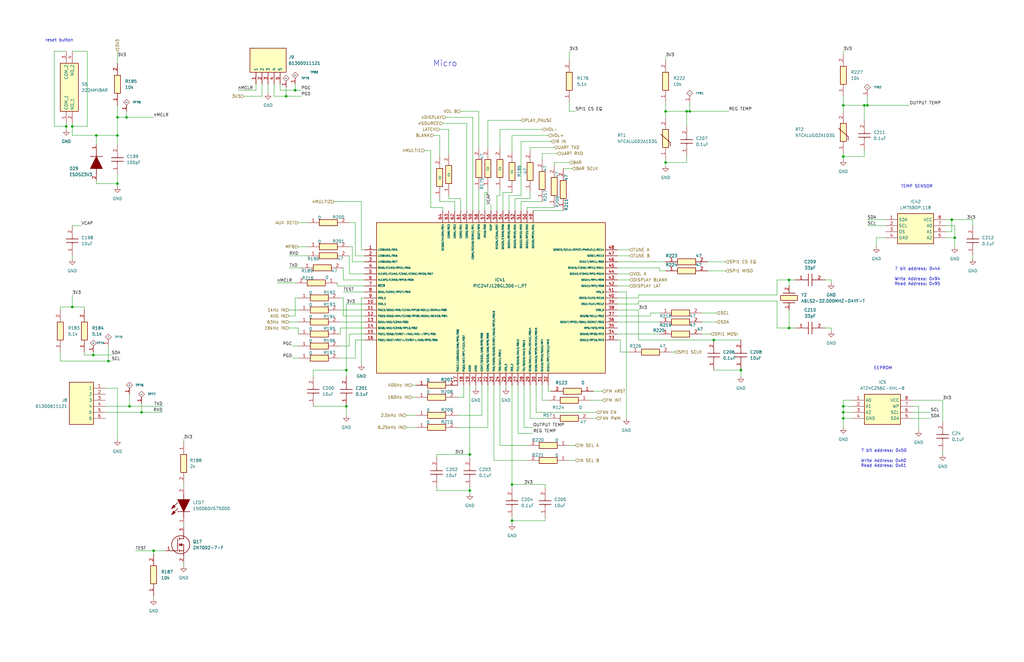
<source format=kicad_sch>
(kicad_sch (version 20231120) (generator "eeschema") (generator_version "8.0")
  (paper "B")
  (title_block (title "Audio System") (date "2025-02-06") (rev "P1") (company "Wolfe Engineering"))
  (junction (at 332.74 138.43))
  (junction (at 355.6 176.53))
  (junction (at 215.9 204.47))
  (junction (at 289.56 46.99))
  (junction (at 49.53 77.47))
  (junction (at 280.67 46.99))
  (junction (at 124.46 38.1))
  (junction (at 401.32 92.71))
  (junction (at 355.6 171.45))
  (junction (at 30.48 129.54))
  (junction (at 39.37 149.86))
  (junction (at 49.53 49.53))
  (junction (at 146.05 156.21))
  (junction (at 300.99 143.51))
  (junction (at 54.61 171.45))
  (junction (at 402.59 100.33))
  (junction (at 290.83 46.99))
  (junction (at 27.94 53.34))
  (junction (at 59.69 173.99))
  (junction (at 215.9 219.71))
  (junction (at 40.64 57.15))
  (junction (at 53.34 49.53))
  (junction (at 332.74 118.11))
  (junction (at 146.05 171.45))
  (junction (at 49.53 57.15))
  (junction (at 364.49 44.45))
  (junction (at 355.6 66.04))
  (junction (at 365.76 44.45))
  (junction (at 198.12 207.01))
  (junction (at 45.72 152.4))
  (junction (at 198.12 191.77))
  (junction (at 280.67 68.58))
  (junction (at 120.65 40.64))
  (junction (at 312.42 156.21))
  (junction (at 355.6 173.99))
  (junction (at 355.6 44.45))
  (junction (at 30.48 53.34))
  (junction (at 64.77 232.41))
  (wire (pts (xy 30.48 95.25) (xy 34.29 95.25)))
  (wire (pts (xy 261.62 148.59) (xy 261.62 143.51)))
  (wire (pts (xy 54.61 171.45) (xy 68.58 171.45)))
  (wire (pts (xy 209.55 82.55) (xy 210.82 82.55)))
  (wire (pts (xy 364.49 44.45) (xy 365.76 44.45)))
  (wire (pts (xy 153.67 128.27) (xy 146.05 128.27)))
  (wire (pts (xy 219.71 85.09) (xy 228.6 85.09)))
  (wire (pts (xy 153.67 107.95) (xy 149.86 107.95)))
  (wire (pts (xy 222.25 87.63) (xy 222.25 88.9)))
  (wire (pts (xy 365.76 92.71) (xy 373.38 92.71)))
  (wire (pts (xy 40.64 77.47) (xy 49.53 77.47)))
  (wire (pts (xy 124.46 119.38) (xy 116.84 119.38)))
  (wire (pts (xy 355.6 21.59) (xy 355.6 22.86)))
  (wire (pts (xy 205.74 50.8) (xy 205.74 62.23)))
  (wire (pts (xy 233.68 68.58) (xy 233.68 69.85)))
  (wire (pts (xy 64.77 232.41) (xy 69.85 232.41)))
  (wire (pts (xy 210.82 162.56) (xy 210.82 187.96)))
  (wire (pts (xy 260.35 123.19) (xy 264.16 123.19)))
  (wire (pts (xy 278.13 113.03) (xy 278.13 114.3)))
  (wire (pts (xy 240.03 187.96) (xy 242.57 187.96)))
  (wire (pts (xy 185.42 54.61) (xy 189.23 54.61)))
  (wire (pts (xy 25.4 152.4) (xy 25.4 148.59)))
  (wire (pts (xy 36.83 53.34) (xy 36.83 21.59)))
  (wire (pts (xy 44.45 171.45) (xy 54.61 171.45)))
  (wire (pts (xy 49.53 49.53) (xy 49.53 57.15)))
  (wire (pts (xy 35.56 149.86) (xy 35.56 148.59)))
  (wire (pts (xy 280.67 43.18) (xy 280.67 46.99)))
  (wire (pts (xy 251.46 173.99) (xy 226.06 173.99)))
  (wire (pts (xy 240.03 68.58) (xy 233.68 68.58)))
  (wire (pts (xy 290.83 46.99) (xy 307.34 46.99)))
  (wire (pts (xy 280.67 67.31) (xy 280.67 68.58)))
  (wire (pts (xy 143.51 135.89) (xy 153.67 135.89)))
  (wire (pts (xy 223.52 176.53) (xy 231.14 176.53)))
  (wire (pts (xy 397.51 168.91) (xy 397.51 177.8)))
  (wire (pts (xy 398.78 97.79) (xy 401.32 97.79)))
  (wire (pts (xy 332.74 130.81) (xy 332.74 138.43)))
  (wire (pts (xy 153.67 110.49) (xy 148.59 110.49)))
  (wire (pts (xy 45.72 152.4) (xy 25.4 152.4)))
  (wire (pts (xy 242.57 194.31) (xy 240.03 194.31)))
  (wire (pts (xy 30.48 107.95) (xy 30.48 109.22)))
  (wire (pts (xy 402.59 95.25) (xy 398.78 95.25)))
  (wire (pts (xy 265.43 148.59) (xy 261.62 148.59)))
  (wire (pts (xy 153.67 118.11) (xy 144.78 118.11)))
  (wire (pts (xy 30.48 124.46) (xy 30.48 129.54)))
  (wire (pts (xy 179.07 63.5) (xy 181.61 63.5)))
  (wire (pts (xy 212.09 81.28) (xy 212.09 88.9)))
  (wire (pts (xy 152.4 105.41) (xy 152.4 85.09)))
  (wire (pts (xy 22.86 53.34) (xy 27.94 53.34)))
  (wire (pts (xy 198.12 162.56) (xy 198.12 191.77)))
  (wire (pts (xy 198.12 191.77) (xy 198.12 193.04)))
  (wire (pts (xy 402.59 100.33) (xy 402.59 104.14)))
  (wire (pts (xy 27.94 53.34) (xy 27.94 54.61)))
  (wire (pts (xy 260.35 110.49) (xy 280.67 110.49)))
  (wire (pts (xy 209.55 88.9) (xy 209.55 82.55)))
  (wire (pts (xy 191.77 88.9) (xy 191.77 85.09)))
  (wire (pts (xy 355.6 168.91) (xy 355.6 171.45)))
  (wire (pts (xy 289.56 68.58) (xy 280.67 68.58)))
  (wire (pts (xy 410.21 107.95) (xy 410.21 109.22)))
  (wire (pts (xy 149.86 93.98) (xy 149.86 107.95)))
  (wire (pts (xy 289.56 46.99) (xy 289.56 53.34)))
  (wire (pts (xy 198.12 205.74) (xy 198.12 207.01)))
  (wire (pts (xy 208.28 194.31) (xy 208.28 162.56)))
  (wire (pts (xy 207.01 86.36) (xy 207.01 88.9)))
  (wire (pts (xy 269.24 127) (xy 327.66 127)))
  (wire (pts (xy 194.31 88.9) (xy 194.31 83.82)))
  (wire (pts (xy 200.66 162.56) (xy 200.66 163.83)))
  (wire (pts (xy 143.51 140.97) (xy 143.51 138.43)))
  (wire (pts (xy 332.74 120.65) (xy 332.74 118.11)))
  (wire (pts (xy 199.39 88.9) (xy 199.39 49.53)))
  (wire (pts (xy 269.24 127) (xy 269.24 128.27)))
  (wire (pts (xy 146.05 156.21) (xy 146.05 158.75)))
  (wire (pts (xy 364.49 44.45) (xy 364.49 50.8)))
  (wire (pts (xy 210.82 187.96) (xy 222.25 187.96)))
  (wire (pts (xy 121.92 138.43) (xy 125.73 138.43)))
  (wire (pts (xy 365.76 95.25) (xy 373.38 95.25)))
  (wire (pts (xy 347.98 118.11) (xy 350.52 118.11)))
  (wire (pts (xy 347.98 138.43) (xy 350.52 138.43)))
  (wire (pts (xy 100.33 38.1) (xy 107.95 38.1)))
  (wire (pts (xy 120.65 40.64) (xy 127 40.64)))
  (wire (pts (xy 46.99 149.86) (xy 39.37 149.86)))
  (wire (pts (xy 290.83 43.18) (xy 290.83 46.99)))
  (wire (pts (xy 46.99 152.4) (xy 45.72 152.4)))
  (wire (pts (xy 355.6 64.77) (xy 355.6 66.04)))
  (wire (pts (xy 387.35 171.45) (xy 387.35 181.61)))
  (wire (pts (xy 143.51 138.43) (xy 153.67 138.43)))
  (wire (pts (xy 274.32 132.08) (xy 274.32 133.35)))
  (wire (pts (xy 59.69 170.18) (xy 59.69 173.99)))
  (wire (pts (xy 260.35 107.95) (xy 265.43 107.95)))
  (wire (pts (xy 205.74 50.8) (xy 219.71 50.8)))
  (wire (pts (xy 215.9 162.56) (xy 215.9 204.47)))
  (wire (pts (xy 350.52 138.43) (xy 350.52 139.7)))
  (wire (pts (xy 359.41 173.99) (xy 355.6 173.99)))
  (wire (pts (xy 125.73 138.43) (xy 125.73 140.97)))
  (wire (pts (xy 147.32 146.05) (xy 147.32 140.97)))
  (wire (pts (xy 260.35 140.97) (xy 278.13 140.97)))
  (wire (pts (xy 45.72 146.05) (xy 45.72 152.4)))
  (wire (pts (xy 269.24 124.46) (xy 269.24 125.73)))
  (wire (pts (xy 355.6 173.99) (xy 355.6 176.53)))
  (wire (pts (xy 147.32 115.57) (xy 147.32 107.95)))
  (wire (pts (xy 215.9 204.47) (xy 229.87 204.47)))
  (wire (pts (xy 35.56 149.86) (xy 39.37 149.86)))
  (wire (pts (xy 123.19 146.05) (xy 125.73 146.05)))
  (wire (pts (xy 269.24 125.73) (xy 260.35 125.73)))
  (wire (pts (xy 274.32 133.35) (xy 260.35 133.35)))
  (wire (pts (xy 173.99 167.64) (xy 175.26 167.64)))
  (wire (pts (xy 229.87 219.71) (xy 215.9 219.71)))
  (wire (pts (xy 171.45 180.34) (xy 175.26 180.34)))
  (wire (pts (xy 240.03 46.99) (xy 242.57 46.99)))
  (wire (pts (xy 280.67 24.13) (xy 280.67 25.4)))
  (wire (pts (xy 327.66 118.11) (xy 332.74 118.11)))
  (wire (pts (xy 44.45 173.99) (xy 59.69 173.99)))
  (wire (pts (xy 201.93 80.01) (xy 201.93 88.9)))
  (wire (pts (xy 222.25 87.63) (xy 233.68 87.63)))
  (wire (pts (xy 327.66 124.46) (xy 327.66 118.11)))
  (wire (pts (xy 149.86 143.51) (xy 153.67 143.51)))
  (wire (pts (xy 401.32 92.71) (xy 398.78 92.71)))
  (wire (pts (xy 355.6 66.04) (xy 355.6 67.31)))
  (wire (pts (xy 269.24 130.81) (xy 269.24 143.51)))
  (wire (pts (xy 30.48 57.15) (xy 40.64 57.15)))
  (wire (pts (xy 147.32 104.14) (xy 148.59 104.14)))
  (wire (pts (xy 142.24 120.65) (xy 142.24 119.38)))
  (wire (pts (xy 332.74 118.11) (xy 335.28 118.11)))
  (wire (pts (xy 124.46 125.73) (xy 125.73 125.73)))
  (wire (pts (xy 186.69 52.07) (xy 196.85 52.07)))
  (wire (pts (xy 260.35 118.11) (xy 265.43 118.11)))
  (wire (pts (xy 49.53 21.59) (xy 49.53 26.67)))
  (wire (pts (xy 215.9 204.47) (xy 215.9 205.74)))
  (wire (pts (xy 186.69 87.63) (xy 181.61 87.63)))
  (wire (pts (xy 210.82 54.61) (xy 228.6 54.61)))
  (wire (pts (xy 25.4 130.81) (xy 25.4 129.54)))
  (wire (pts (xy 410.21 92.71) (xy 401.32 92.71)))
  (wire (pts (xy 186.69 88.9) (xy 186.69 87.63)))
  (wire (pts (xy 203.2 162.56) (xy 203.2 175.26)))
  (wire (pts (xy 355.6 44.45) (xy 355.6 46.99)))
  (wire (pts (xy 143.51 146.05) (xy 147.32 146.05)))
  (wire (pts (xy 312.42 156.21) (xy 312.42 158.75)))
  (wire (pts (xy 193.04 167.64) (xy 195.58 167.64)))
  (wire (pts (xy 410.21 95.25) (xy 410.21 92.71)))
  (wire (pts (xy 213.36 162.56) (xy 213.36 163.83)))
  (wire (pts (xy 144.78 133.35) (xy 153.67 133.35)))
  (wire (pts (xy 219.71 85.09) (xy 219.71 88.9)))
  (wire (pts (xy 102.87 40.64) (xy 110.49 40.64)))
  (wire (pts (xy 120.65 36.83) (xy 120.65 40.64)))
  (wire (pts (xy 278.13 114.3) (xy 280.67 114.3)))
  (wire (pts (xy 49.53 78.74) (xy 49.53 77.47)))
  (wire (pts (xy 364.49 66.04) (xy 355.6 66.04)))
  (wire (pts (xy 205.74 81.28) (xy 204.47 81.28)))
  (wire (pts (xy 278.13 132.08) (xy 274.32 132.08)))
  (wire (pts (xy 40.64 57.15) (xy 40.64 60.96)))
  (wire (pts (xy 260.35 105.41) (xy 265.43 105.41)))
  (wire (pts (xy 121.92 107.95) (xy 129.54 107.95)))
  (wire (pts (xy 228.6 168.91) (xy 228.6 162.56)))
  (wire (pts (xy 205.74 162.56) (xy 205.74 180.34)))
  (wire (pts (xy 280.67 46.99) (xy 280.67 49.53)))
  (wire (pts (xy 49.53 163.83) (xy 49.53 185.42)))
  (wire (pts (xy 40.64 57.15) (xy 49.53 57.15)))
  (wire (pts (xy 125.73 151.13) (xy 123.19 151.13)))
  (wire (pts (xy 181.61 63.5) (xy 181.61 87.63)))
  (wire (pts (xy 121.92 135.89) (xy 125.73 135.89)))
  (wire (pts (xy 289.56 66.04) (xy 289.56 68.58)))
  (wire (pts (xy 228.6 64.77) (xy 228.6 67.31)))
  (wire (pts (xy 215.9 218.44) (xy 215.9 219.71)))
  (wire (pts (xy 228.6 64.77) (xy 234.95 64.77)))
  (wire (pts (xy 240.03 43.18) (xy 240.03 46.99)))
  (wire (pts (xy 355.6 44.45) (xy 364.49 44.45)))
  (wire (pts (xy 153.67 115.57) (xy 147.32 115.57)))
  (wire (pts (xy 260.35 113.03) (xy 278.13 113.03)))
  (wire (pts (xy 210.82 62.23) (xy 210.82 54.61)))
  (wire (pts (xy 148.59 104.14) (xy 148.59 110.49)))
  (wire (pts (xy 355.6 171.45) (xy 355.6 173.99)))
  (wire (pts (xy 369.57 100.33) (xy 369.57 104.14)))
  (wire (pts (xy 295.91 140.97) (xy 299.72 140.97)))
  (wire (pts (xy 30.48 53.34) (xy 30.48 57.15)))
  (wire (pts (xy 49.53 57.15) (xy 49.53 60.96)))
  (wire (pts (xy 248.92 176.53) (xy 251.46 176.53)))
  (wire (pts (xy 215.9 63.5) (xy 215.9 57.15)))
  (wire (pts (xy 327.66 127) (xy 327.66 138.43)))
  (wire (pts (xy 77.47 185.42) (xy 77.47 186.69)))
  (wire (pts (xy 226.06 173.99) (xy 226.06 162.56)))
  (wire (pts (xy 77.47 237.49) (xy 77.47 238.76)))
  (wire (pts (xy 215.9 57.15) (xy 231.14 57.15)))
  (wire (pts (xy 203.2 175.26) (xy 193.04 175.26)))
  (wire (pts (xy 118.11 38.1) (xy 124.46 38.1)))
  (wire (pts (xy 218.44 182.88) (xy 224.79 182.88)))
  (wire (pts (xy 289.56 46.99) (xy 290.83 46.99)))
  (wire (pts (xy 64.77 232.41) (xy 64.77 233.68)))
  (wire (pts (xy 53.34 46.99) (xy 53.34 49.53)))
  (wire (pts (xy 125.73 104.14) (xy 129.54 104.14)))
  (wire (pts (xy 22.86 21.59) (xy 22.86 53.34)))
  (wire (pts (xy 115.57 40.64) (xy 120.65 40.64)))
  (wire (pts (xy 223.52 162.56) (xy 223.52 176.53)))
  (wire (pts (xy 269.24 124.46) (xy 327.66 124.46)))
  (wire (pts (xy 223.52 81.28) (xy 223.52 83.82)))
  (wire (pts (xy 220.98 162.56) (xy 220.98 180.34)))
  (wire (pts (xy 401.32 97.79) (xy 401.32 92.71)))
  (wire (pts (xy 205.74 80.01) (xy 205.74 81.28)))
  (wire (pts (xy 204.47 81.28) (xy 204.47 88.9)))
  (wire (pts (xy 231.14 162.56) (xy 231.14 165.1)))
  (wire (pts (xy 223.52 83.82) (xy 217.17 83.82)))
  (wire (pts (xy 359.41 168.91) (xy 355.6 168.91)))
  (wire (pts (xy 397.51 168.91) (xy 384.81 168.91)))
  (wire (pts (xy 219.71 59.69) (xy 219.71 82.55)))
  (wire (pts (xy 373.38 100.33) (xy 369.57 100.33)))
  (wire (pts (xy 260.35 120.65) (xy 265.43 120.65)))
  (wire (pts (xy 53.34 49.53) (xy 49.53 49.53)))
  (wire (pts (xy 228.6 168.91) (xy 231.14 168.91)))
  (wire (pts (xy 121.92 133.35) (xy 124.46 133.35)))
  (wire (pts (xy 264.16 123.19) (xy 264.16 176.53)))
  (wire (pts (xy 184.15 205.74) (xy 184.15 207.01)))
  (wire (pts (xy 402.59 100.33) (xy 402.59 95.25)))
  (wire (pts (xy 250.19 165.1) (xy 254 165.1)))
  (wire (pts (xy 144.78 125.73) (xy 144.78 133.35)))
  (wire (pts (xy 144.78 123.19) (xy 153.67 123.19)))
  (wire (pts (xy 215.9 219.71) (xy 215.9 220.98)))
  (wire (pts (xy 113.03 35.56) (xy 113.03 39.37)))
  (wire (pts (xy 199.39 49.53) (xy 187.96 49.53)))
  (wire (pts (xy 53.34 49.53) (xy 64.77 49.53)))
  (wire (pts (xy 215.9 81.28) (xy 212.09 81.28)))
  (wire (pts (xy 39.37 148.59) (xy 39.37 149.86)))
  (wire (pts (xy 144.78 125.73) (xy 143.51 125.73)))
  (wire (pts (xy 231.14 165.1) (xy 232.41 165.1)))
  (wire (pts (xy 30.48 129.54) (xy 35.56 129.54)))
  (wire (pts (xy 248.92 168.91) (xy 254 168.91)))
  (wire (pts (xy 218.44 162.56) (xy 218.44 182.88)))
  (wire (pts (xy 54.61 166.37) (xy 54.61 171.45)))
  (wire (pts (xy 77.47 204.47) (xy 77.47 205.74)))
  (wire (pts (xy 332.74 138.43) (xy 335.28 138.43)))
  (wire (pts (xy 189.23 54.61) (xy 189.23 64.77)))
  (wire (pts (xy 214.63 82.55) (xy 214.63 88.9)))
  (wire (pts (xy 194.31 83.82) (xy 189.23 83.82)))
  (wire (pts (xy 208.28 194.31) (xy 222.25 194.31)))
  (wire (pts (xy 147.32 140.97) (xy 153.67 140.97)))
  (wire (pts (xy 40.64 76.2) (xy 40.64 77.47)))
  (wire (pts (xy 30.48 52.07) (xy 30.48 53.34)))
  (wire (pts (xy 132.08 171.45) (xy 146.05 171.45)))
  (wire (pts (xy 184.15 193.04) (xy 184.15 191.77)))
  (wire (pts (xy 77.47 220.98) (xy 77.47 222.25)))
  (wire (pts (xy 191.77 85.09) (xy 185.42 85.09)))
  (wire (pts (xy 124.46 35.56) (xy 124.46 38.1)))
  (wire (pts (xy 132.08 156.21) (xy 146.05 156.21)))
  (wire (pts (xy 27.94 21.59) (xy 22.86 21.59)))
  (wire (pts (xy 59.69 173.99) (xy 68.58 173.99)))
  (wire (pts (xy 27.94 52.07) (xy 27.94 53.34)))
  (wire (pts (xy 384.81 171.45) (xy 387.35 171.45)))
  (wire (pts (xy 30.48 53.34) (xy 36.83 53.34)))
  (wire (pts (xy 260.35 143.51) (xy 261.62 143.51)))
  (wire (pts (xy 364.49 63.5) (xy 364.49 66.04)))
  (wire (pts (xy 223.52 62.23) (xy 233.68 62.23)))
  (wire (pts (xy 210.82 82.55) (xy 210.82 80.01)))
  (wire (pts (xy 219.71 82.55) (xy 214.63 82.55)))
  (wire (pts (xy 302.26 135.89) (xy 295.91 135.89)))
  (wire (pts (xy 355.6 40.64) (xy 355.6 44.45)))
  (wire (pts (xy 260.35 130.81) (xy 269.24 130.81)))
  (wire (pts (xy 195.58 167.64) (xy 195.58 162.56)))
  (wire (pts (xy 219.71 59.69) (xy 232.41 59.69)))
  (wire (pts (xy 125.73 93.98) (xy 129.54 93.98)))
  (wire (pts (xy 124.46 125.73) (xy 124.46 133.35)))
  (wire (pts (xy 173.99 162.56) (xy 175.26 162.56)))
  (wire (pts (xy 107.95 38.1) (xy 107.95 35.56)))
  (wire (pts (xy 35.56 129.54) (xy 35.56 130.81)))
  (wire (pts (xy 49.53 44.45) (xy 49.53 49.53)))
  (wire (pts (xy 355.6 176.53) (xy 355.6 180.34)))
  (wire (pts (xy 182.88 57.15) (xy 185.42 57.15)))
  (wire (pts (xy 280.67 68.58) (xy 280.67 69.85)))
  (wire (pts (xy 365.76 40.64) (xy 365.76 44.45)))
  (wire (pts (xy 171.45 175.26) (xy 175.26 175.26)))
  (wire (pts (xy 153.67 105.41) (xy 152.4 105.41)))
  (wire (pts (xy 295.91 132.08) (xy 302.26 132.08)))
  (wire (pts (xy 149.86 143.51) (xy 149.86 151.13)))
  (wire (pts (xy 147.32 93.98) (xy 149.86 93.98)))
  (wire (pts (xy 132.08 158.75) (xy 132.08 156.21)))
  (wire (pts (xy 398.78 100.33) (xy 402.59 100.33)))
  (wire (pts (xy 143.51 130.81) (xy 153.67 130.81)))
  (wire (pts (xy 224.79 88.9) (xy 237.49 88.9)))
  (wire (pts (xy 237.49 71.12) (xy 241.3 71.12)))
  (wire (pts (xy 124.46 38.1) (xy 127 38.1)))
  (wire (pts (xy 121.92 113.03) (xy 127 113.03)))
  (wire (pts (xy 193.04 180.34) (xy 205.74 180.34)))
  (wire (pts (xy 220.98 180.34) (xy 224.79 180.34)))
  (wire (pts (xy 184.15 207.01) (xy 198.12 207.01)))
  (wire (pts (xy 57.15 232.41) (xy 64.77 232.41)))
  (wire (pts (xy 142.24 120.65) (xy 153.67 120.65)))
  (wire (pts (xy 121.92 130.81) (xy 125.73 130.81)))
  (wire (pts (xy 110.49 35.56) (xy 110.49 40.64)))
  (wire (pts (xy 198.12 207.01) (xy 198.12 208.28)))
  (wire (pts (xy 25.4 129.54) (xy 30.48 129.54)))
  (wire (pts (xy 149.86 151.13) (xy 143.51 151.13)))
  (wire (pts (xy 144.78 113.03) (xy 144.78 118.11)))
  (wire (pts (xy 152.4 125.73) (xy 152.4 153.67)))
  (wire (pts (xy 269.24 143.51) (xy 300.99 143.51)))
  (wire (pts (xy 194.31 46.99) (xy 201.93 46.99)))
  (wire (pts (xy 49.53 77.47) (xy 49.53 73.66)))
  (wire (pts (xy 397.51 190.5) (xy 397.51 191.77)))
  (wire (pts (xy 36.83 21.59) (xy 30.48 21.59)))
  (wire (pts (xy 300.99 156.21) (xy 312.42 156.21)))
  (wire (pts (xy 298.45 114.3) (xy 306.07 114.3)))
  (wire (pts (xy 64.77 251.46) (xy 64.77 252.73)))
  (wire (pts (xy 185.42 57.15) (xy 185.42 66.04)))
  (wire (pts (xy 260.35 115.57) (xy 265.43 115.57)))
  (wire (pts (xy 269.24 128.27) (xy 260.35 128.27)))
  (wire (pts (xy 359.41 171.45) (xy 355.6 171.45)))
  (wire (pts (xy 44.45 163.83) (xy 49.53 163.83)))
  (wire (pts (xy 229.87 218.44) (xy 229.87 219.71)))
  (wire (pts (xy 384.81 176.53) (xy 392.43 176.53)))
  (wire (pts (xy 185.42 85.09) (xy 185.42 83.82)))
  (wire (pts (xy 240.03 21.59) (xy 240.03 25.4)))
  (wire (pts (xy 283.21 148.59) (xy 284.48 148.59)))
  (wire (pts (xy 153.67 125.73) (xy 152.4 125.73)))
  (wire (pts (xy 327.66 138.43) (xy 332.74 138.43)))
  (wire (pts (xy 223.52 62.23) (xy 223.52 63.5)))
  (wire (pts (xy 118.11 35.56) (xy 118.11 38.1)))
  (wire (pts (xy 260.35 135.89) (xy 278.13 135.89)))
  (wire (pts (xy 355.6 176.53) (xy 359.41 176.53)))
  (wire (pts (xy 196.85 52.07) (xy 196.85 88.9)))
  (wire (pts (xy 146.05 128.27) (xy 146.05 156.21)))
  (wire (pts (xy 217.17 83.82) (xy 217.17 88.9)))
  (wire (pts (xy 184.15 191.77) (xy 198.12 191.77)))
  (wire (pts (xy 350.52 118.11) (xy 350.52 119.38)))
  (wire (pts (xy 280.67 46.99) (xy 289.56 46.99)))
  (wire (pts (xy 365.76 44.45) (xy 383.54 44.45)))
  (wire (pts (xy 306.07 110.49) (xy 298.45 110.49)))
  (wire (pts (xy 201.93 46.99) (xy 201.93 62.23)))
  (wire (pts (xy 189.23 83.82) (xy 189.23 82.55)))
  (wire (pts (xy 384.81 173.99) (xy 392.43 173.99)))
  (wire (pts (xy 300.99 143.51) (xy 312.42 143.51)))
  (wire (pts (xy 115.57 35.56) (xy 115.57 40.64)))
  (wire (pts (xy 146.05 175.26) (xy 146.05 171.45)))
  (wire (pts (xy 229.87 204.47) (xy 229.87 205.74)))
  (wire (pts (xy 152.4 85.09) (xy 140.97 85.09)))
  (text "Micro" (at 187.706 26.924 0) (effects (font (size 2.54 2.54))))
  (text "TEMP SENSOR" (at 386.588 78.74 0) (effects (font (size 1.27 1.27))))
  (text "reset button" (at 19.05 17.78 0) (effects (font (size 1.27 1.27)) (justify left bottom)))
  (text "Write Address: 0xA0\nRead Address: 0xA1" (at 362.966 197.358 0) (effects (font (size 1.27 1.27)) (justify left bottom)))
  (text "EEPROM" (at 372.364 155.448 0) (effects (font (size 1.27 1.27))))
  (text "7 bit address: 0x4A" (at 377.19 114.3 0) (effects (font (size 1.27 1.27)) (justify left bottom)))
  (text "Write Address: 0x94\nRead Address: 0x95" (at 377.19 120.65 0) (effects (font (size 1.27 1.27)) (justify left bottom)))
  (text "7 bit address: 0x50" (at 362.966 191.008 0) (effects (font (size 1.27 1.27)) (justify left bottom)))
  (label "SDA" (at 365.76 92.71 0))
  (label "SDA" (at 392.43 176.53 0))
  (label "nMCLR" (at 116.84 119.38 0))
  (label "RXD" (at 121.92 107.95 0))
  (label "3V3" (at 146.05 128.27 0))
  (label "OUTPUT TEMP" (at 383.54 44.45 0))
  (label "PGD" (at 123.19 151.13 180))
  (label "3V3" (at 407.67 92.71 0))
  (label "3V3" (at 355.6 21.59 0))
  (label "3V3" (at 77.47 185.42 0))
  (label "SCL" (at 46.99 152.4 0))
  (label "nMCLR" (at 64.77 49.53 0))
  (label "SPI1 CS EQ" (at 242.57 46.99 0))
  (label "SDA" (at 46.99 149.86 0))
  (label "REG TEMP" (at 307.34 46.99 0))
  (label "3V3" (at 240.03 21.59 0))
  (label "nMCLR" (at 100.33 38.1 0))
  (label "PGD" (at 127 40.64 0))
  (label "RXD" (at 68.58 173.99 180))
  (label "TXD" (at 68.58 171.45 180))
  (label "3V3" (at 269.24 130.81 0))
  (label "TXD" (at 121.92 113.03 0))
  (label "3V3" (at 30.48 124.46 0))
  (label "VCAP" (at 34.29 95.25 0))
  (label "3V3" (at 220.98 204.47 0))
  (label "3V3" (at 397.51 168.91 0))
  (label "SCL" (at 392.43 173.99 0))
  (label "TEST" (at 57.15 232.41 0))
  (label "PGC" (at 127 38.1 0))
  (label "VCAP" (at 207.01 86.36 90))
  (label "REG TEMP" (at 224.79 182.88 0))
  (label "TEST" (at 144.78 123.19 0))
  (label "3V3" (at 191.77 191.77 0))
  (label "PGC" (at 123.19 146.05 180))
  (label "3V3" (at 280.67 24.13 0))
  (label "OUTPUT TEMP" (at 224.79 180.34 0))
  (label "3V3" (at 49.53 24.13 0))
  (label "SCL" (at 365.76 95.25 0))
  (hierarchical_label "SPI1 MOSI" (shape input) (at 299.72 140.97 0))
  (hierarchical_label "TUNE B" (shape input) (at 265.43 107.95 0))
  (hierarchical_label "DISPLAY LAT" (shape input) (at 265.43 120.65 0))
  (hierarchical_label "3V3" (shape input) (at 102.87 40.64 180))
  (hierarchical_label "160Hz IN" (shape input) (at 173.99 167.64 180))
  (hierarchical_label "6.25kHz IN" (shape input) (at 171.45 180.34 180))
  (hierarchical_label "BAR SCLK" (shape input) (at 241.3 71.12 0))
  (hierarchical_label "TUNE A" (shape input) (at 265.43 105.41 0))
  (hierarchical_label "3V3" (shape input) (at 49.53 21.59 90))
  (hierarchical_label "AUX DET" (shape input) (at 125.73 93.98 180))
  (hierarchical_label "SPI1 SCLK" (shape input) (at 284.48 148.59 0))
  (hierarchical_label "nSOURCE" (shape input) (at 186.69 52.07 180))
  (hierarchical_label "2.5kHz IN" (shape input) (at 171.45 175.26 180))
  (hierarchical_label "IR IN" (shape input) (at 232.41 59.69 0))
  (hierarchical_label "nMULTI1" (shape input) (at 179.07 63.5 180))
  (hierarchical_label "VOL B" (shape input) (at 194.31 46.99 180))
  (hierarchical_label "1kHz IN" (shape input) (at 121.92 130.81 180))
  (hierarchical_label "BLANK" (shape input) (at 182.88 57.15 180))
  (hierarchical_label "SPI1 MISO" (shape input) (at 306.07 114.3 0))
  (hierarchical_label "63Hz IN" (shape input) (at 121.92 135.89 180))
  (hierarchical_label "nDISPLAY" (shape input) (at 187.96 49.53 180))
  (hierarchical_label "SDA" (shape input) (at 302.26 135.89 0))
  (hierarchical_label "PLAY_PAUSE" (shape input) (at 219.71 50.8 0))
  (hierarchical_label "IN SEL B" (shape input) (at 242.57 194.31 0))
  (hierarchical_label "LATCH" (shape input) (at 185.42 54.61 180))
  (hierarchical_label "UART TXD" (shape input) (at 233.68 62.23 0))
  (hierarchical_label "VOL+" (shape input) (at 231.14 57.15 0))
  (hierarchical_label "FM nRST" (shape input) (at 254 165.1 0))
  (hierarchical_label "nMULTI2" (shape input) (at 140.97 85.09 180))
  (hierarchical_label "16kHz IN" (shape input) (at 121.92 138.43 180))
  (hierarchical_label "BAR" (shape input) (at 240.03 68.58 0))
  (hierarchical_label "IN SEL A" (shape input) (at 242.57 187.96 0))
  (hierarchical_label "SCL" (shape input) (at 302.26 132.08 0))
  (hierarchical_label "DISPLAY BLANK" (shape input) (at 265.43 118.11 0))
  (hierarchical_label "VOL-" (shape input) (at 228.6 54.61 0))
  (hierarchical_label "SPI1 CS EQ" (shape input) (at 306.07 110.49 0))
  (hierarchical_label "FM INT" (shape input) (at 254 168.91 0))
  (hierarchical_label "VOL A" (shape input) (at 265.43 115.57 0))
  (hierarchical_label "FAN EN" (shape input) (at 251.46 173.99 0))
  (hierarchical_label "400Hz IN" (shape input) (at 173.99 162.56 180))
  (hierarchical_label "UART RXD" (shape input) (at 234.95 64.77 0))
  (hierarchical_label "MFB" (shape input) (at 125.73 104.14 180))
  (hierarchical_label "FAN PWM" (shape input) (at 251.46 176.53 0))
  (hierarchical_label "AVG IN" (shape input) (at 121.92 133.35 180))
  (symbol (lib_id "Audio System:2N7002-7-F") (at 69.85 232.41 0) (unit 1)
    (property "Reference" "Q17" (at 81.28 228.6 0) (effects (justify left)))
    (property "Value" "2N7002-7-F" (at 81.28 231.14 0) (effects (justify left)))
    (property "Footprint" "1 Audio Amp:SOT96P240X120-3N" (effects (hide yes)))
    (property "Datasheet" "https://datasheet.datasheetarchive.com/originals/distributors/SFDatasheet-0/sf-0003625.pdf" (effects (hide yes)))
    (property "Height" "1.2" (effects (hide yes)))
    (property "Manufacturer_Name" "Diodes Incorporated" (effects (hide yes)))
    (property "Manufacturer_Part_Number" "2N7002-7-F" (effects (hide yes)))
    (property "Mouser Part Number" "621-2N7002-F" (effects (hide yes)))
    (property "Mouser Price/Stock" "https://www.mouser.co.uk/ProductDetail/Diodes-Incorporated/2N7002-7-F?qs=jMXWnm70%252BC%252BAX%252BMLzUkTZg%3D%3D" (effects (hide yes)))
    (property "Arrow Part Number" "2N7002-7-F" (effects (hide yes)))
    (property "Arrow Price/Stock" "https://www.arrow.com/en/products/2n7002-7-f/diodes-incorporated?region=nac" (effects (hide yes)))
  )
  (symbol (lib_name "GND_20") (lib_id "power:GND") (at 350.52 139.7 0) (unit 1)
    (property "Reference" "#PWR0256" (effects (hide yes)))
    (property "Value" "GND" (at 350.52 144.78 0))
  )
  (symbol (lib_id "Audio System:TP") (at 120.65 33.02 0) (unit 1) (exclude_from_sim yes) (in_bom no)
    (property "Reference" "TP79" (at 127 33.02 0) (effects (font (size 0.9 0.9)) (justify left)))
    (property "Value" "~" (at 120.65 33.02 0))
    (property "Footprint" "1 Audio Amp:TP" (effects (hide yes)))
  )
  (symbol (lib_id "power:GND") (at 215.9 220.98 0) (unit 1)
    (property "Reference" "#PWR0252" (effects (hide yes)))
    (property "Value" "GND" (at 215.9 226.06 0))
  )
  (symbol (lib_id "Audio System:RC0603JR-070RL") (at 175.26 167.64 0) (unit 1)
    (property "Reference" "R208" (at 191.008 165.354 0) (effects (justify right)))
    (property "Value" "0" (at 181.229 165.481 0) (effects (justify right)))
    (property "Footprint" "1 Audio Amp:RESC1608X55N" (effects (hide yes)))
    (property "Datasheet" "https://componentsearchengine.com/Datasheets/2/RC0603JR-070RL.pdf" (effects (hide yes)))
    (property "Height" "0.55" (effects (hide yes)))
    (property "Manufacturer_Name" "YAGEO" (effects (hide yes)))
    (property "Manufacturer_Part_Number" "RC0603JR-070RL" (effects (hide yes)))
    (property "Mouser Part Number" "603-RC0603JR-070RL" (effects (hide yes)))
    (property "Mouser Price/Stock" "https://www.mouser.co.uk/ProductDetail/YAGEO/RC0603JR-070RL?qs=2cAdsCoAWRGWyPcuXgGiXQ%3D%3D" (effects (hide yes)))
    (property "Arrow Part Number" "RC0603JR-070RL" (effects (hide yes)))
    (property "Arrow Price/Stock" "https://www.arrow.com/en/products/rc0603jr-070rl/yageo?utm_currency=USD&region=nac" (effects (hide yes)))
  )
  (symbol (lib_id "Audio System:RC0603JR-070RL") (at 240.03 187.96 0) (mirror y) (unit 1)
    (property "Reference" "R220" (at 224.282 185.674 0) (effects (justify right)))
    (property "Value" "0" (at 234.061 185.801 0) (effects (justify right)))
    (property "Footprint" "1 Audio Amp:RESC1608X55N" (effects (hide yes)))
    (property "Datasheet" "https://componentsearchengine.com/Datasheets/2/RC0603JR-070RL.pdf" (effects (hide yes)))
    (property "Height" "0.55" (effects (hide yes)))
    (property "Manufacturer_Name" "YAGEO" (effects (hide yes)))
    (property "Manufacturer_Part_Number" "RC0603JR-070RL" (effects (hide yes)))
    (property "Mouser Part Number" "603-RC0603JR-070RL" (effects (hide yes)))
    (property "Mouser Price/Stock" "https://www.mouser.co.uk/ProductDetail/YAGEO/RC0603JR-070RL?qs=2cAdsCoAWRGWyPcuXgGiXQ%3D%3D" (effects (hide yes)))
    (property "Arrow Part Number" "RC0603JR-070RL" (effects (hide yes)))
    (property "Arrow Price/Stock" "https://www.arrow.com/en/products/rc0603jr-070rl/yageo?utm_currency=USD&region=nac" (effects (hide yes)))
  )
  (symbol (lib_name "GND_19") (lib_id "power:GND") (at 280.67 69.85 0) (unit 1)
    (property "Reference" "#PWR0254" (effects (hide yes)))
    (property "Value" "GND" (at 280.67 74.93 0))
  )
  (symbol (lib_id "1 Audio Amp:ABLS2-32.000MHZ-D4YF-T") (at 332.74 130.81 90) (unit 1)
    (property "Reference" "Y2" (at 337.82 124.4599 90) (effects (justify right)))
    (property "Value" "ABLS2-32.000MHZ-D4YF-T" (at 337.82 126.9999 90) (effects (justify right)))
    (property "Footprint" "ABLS" (effects (hide yes)))
    (property "Datasheet" "https://abracon.com/Resonators/abls.pdf" (effects (hide yes)))
    (property "Description" "HC/49US (AT49) LOW PROFILE SURFACE MOUNT MICROPROCESSOR CRYSTAL" (effects (hide yes)))
    (property "Manufacturer_Name" "ABRACON" (effects (hide yes)))
    (property "Manufacturer_Part_Number" "ABLS2-32.000MHZ-D4YF-T" (effects (hide yes)))
    (property "Mouser Part Number" "815-ABLS2-32-D4YF-T" (effects (hide yes)))
    (property "Mouser Price/Stock" "https://www.mouser.com/Search/Refine.aspx?Keyword=815-ABLS2-32-D4YF-T" (effects (hide yes)))
    (property "Arrow Part Number" "ABLS2-32.000MHZ-D4YF-T" (effects (hide yes)))
    (property "Arrow Price/Stock" "https://www.arrow.com/en/products/abls2-32.000mhz-d4yf-t/abracon" (effects (hide yes)))
  )
  (symbol (lib_id "Audio System:CL10C330JB8NNNC") (at 335.28 138.43 0) (unit 1)
    (property "Reference" "C210" (at 341.63 130.81 0))
    (property "Value" "33pF" (at 341.63 133.35 0))
    (property "Footprint" "1 Audio Amp:CAPC1608X90N" (effects (hide yes)))
    (property "Datasheet" "https://datasheet.datasheetarchive.com/originals/dk/DKDS-19/374021.pdf" (effects (hide yes)))
    (property "Height" "0.9" (effects (hide yes)))
    (property "Manufacturer_Name" "SAMSUNG" (effects (hide yes)))
    (property "Manufacturer_Part_Number" "CL10C330JB8NNNC" (effects (hide yes)))
    (property "Mouser Part Number" "187-CL10C330JB8NNNC" (effects (hide yes)))
    (property "Mouser Price/Stock" "https://www.mouser.co.uk/ProductDetail/Samsung-Electro-Mechanics/CL10C330JB8NNNC?qs=349EhDEZ59qFBaa9e46rsA%3D%3D" (effects (hide yes)))
    (property "Arrow Part Number" "CL10C330JB8NNNC" (effects (hide yes)))
    (property "Arrow Price/Stock" "https://www.arrow.com/en/products/cl10c330jb8nnnc/samsung-electro-mechanics?region=nac" (effects (hide yes)))
  )
  (symbol (lib_id "Audio System:PIC24FJ128GL306-I_PT") (at 153.67 124.46 0) (unit 1)
    (property "Reference" "IC41" (at 210.82 118.11 0))
    (property "Value" "PIC24FJ128GL306-I_PT" (at 210.82 120.65 0))
    (property "Footprint" "1 Audio Amp:QFP50P1200X1200X120-64N" (effects (hide yes)))
    (property "Datasheet" "http://ww1.microchip.com/downloads/en/DeviceDoc/PIC24FJ128GL306-Family-Data-Sheet-DS30010198B.pdf" (effects (hide yes)))
    (property "Height" "1.2" (effects (hide yes)))
    (property "Manufacturer_Name" "Microchip" (effects (hide yes)))
    (property "Manufacturer_Part_Number" "PIC24FJ128GL306-I/PT" (effects (hide yes)))
    (property "Mouser Part Number" "579-C24FJ128GL306IPT" (effects (hide yes)))
    (property "Mouser Price/Stock" "https://www.mouser.co.uk/ProductDetail/Microchip-Technology/PIC24FJ128GL306-I-PT?qs=GBLSl2AkirtHmG5CiG9GPw%3D%3D" (effects (hide yes)))
    (property "Arrow Part Number" "PIC24FJ128GL306-I/PT" (effects (hide yes)))
    (property "Arrow Price/Stock" "https://www.arrow.com/en/products/pic24fj128gl306-ipt/microchip-technology?region=nac" (effects (hide yes)))
  )
  (symbol (lib_id "Audio System:GRM21BR61C106KE15K") (at 184.15 205.74 90) (unit 1)
    (property "Reference" "C202" (at 187.96 198.12 90) (effects (justify right)))
    (property "Value" "10uF" (at 187.96 200.66 90) (effects (justify right)))
    (property "Footprint" "1 Audio Amp:CAPC2012X145N" (effects (hide yes)))
    (property "Datasheet" "http://www.murata.com/~/media/webrenewal/support/library/catalog/products/capacitor/mlcc/c02e.pdf" (effects (hide yes)))
    (property "Height" "1.45" (effects (hide yes)))
    (property "Manufacturer_Name" "Murata Electronics" (effects (hide yes)))
    (property "Manufacturer_Part_Number" "GRM21BR61C106KE15K" (effects (hide yes)))
    (property "Mouser Part Number" "81-GRM21BR61C106KE5K" (effects (hide yes)))
    (property "Mouser Price/Stock" "https://www.mouser.co.uk/ProductDetail/Murata-Electronics/GRM21BR61C106KE15K?qs=h0WOCFF19ULjTOS37upAEw%3D%3D" (effects (hide yes)))
    (property "Arrow Part Number" "GRM21BR61C106KE15K" (effects (hide yes)))
    (property "Arrow Price/Stock" "https://www.arrow.com/en/products/grm21br61c106ke15k/murata-manufacturing?utm_currency=USD&region=nac" (effects (hide yes)))
  )
  (symbol (lib_name "GND_1") (lib_id "power:GND") (at 355.6 180.34 0) (unit 1)
    (property "Reference" "#PWR017" (effects (hide yes)))
    (property "Value" "GND" (at 355.6 185.42 0))
  )
  (symbol (lib_id "Audio System:TP") (at 365.76 36.83 0) (unit 1) (exclude_from_sim yes) (in_bom no)
    (property "Reference" "TP82" (at 368.3 36.8299 0) (effects (font (size 0.9 0.9)) (justify left)))
    (property "Value" "~" (at 365.76 36.83 0))
    (property "Footprint" "1 Audio Amp:TP" (effects (hide yes)))
  )
  (symbol (lib_id "Audio System:RC0603JR-070RL") (at 175.26 175.26 0) (unit 1)
    (property "Reference" "R209" (at 191.008 172.974 0) (effects (justify right)))
    (property "Value" "0" (at 181.229 173.101 0) (effects (justify right)))
    (property "Footprint" "1 Audio Amp:RESC1608X55N" (effects (hide yes)))
    (property "Datasheet" "https://componentsearchengine.com/Datasheets/2/RC0603JR-070RL.pdf" (effects (hide yes)))
    (property "Height" "0.55" (effects (hide yes)))
    (property "Manufacturer_Name" "YAGEO" (effects (hide yes)))
    (property "Manufacturer_Part_Number" "RC0603JR-070RL" (effects (hide yes)))
    (property "Mouser Part Number" "603-RC0603JR-070RL" (effects (hide yes)))
    (property "Mouser Price/Stock" "https://www.mouser.co.uk/ProductDetail/YAGEO/RC0603JR-070RL?qs=2cAdsCoAWRGWyPcuXgGiXQ%3D%3D" (effects (hide yes)))
    (property "Arrow Part Number" "RC0603JR-070RL" (effects (hide yes)))
    (property "Arrow Price/Stock" "https://www.arrow.com/en/products/rc0603jr-070rl/yageo?utm_currency=USD&region=nac" (effects (hide yes)))
  )
  (symbol (lib_id "Audio System:222AMVBAR") (at 27.94 52.07 90) (unit 1)
    (property "Reference" "S5" (at 34.417 35.56 90) (effects (justify right)))
    (property "Value" "222AMVBAR" (at 34.417 38.1 90) (effects (justify right)))
    (property "Footprint" "1 Audio Amp:222AMVBAR" (effects (hide yes)))
    (property "Datasheet" "https://www.ctscorp.com/wp-content/uploads/222A.pdf" (effects (hide yes)))
    (property "Height" "5.2" (effects (hide yes)))
    (property "Manufacturer_Name" "CTS" (effects (hide yes)))
    (property "Manufacturer_Part_Number" "222AMVBAR" (effects (hide yes)))
    (property "Mouser Part Number" "774-222AMVBAR" (effects (hide yes)))
    (property "Mouser Price/Stock" "https://www.mouser.co.uk/ProductDetail/CTS-Electronic-Components/222AMVBAR?qs=%252BiOMRfgENTH99oc01%252BgePw%3D%3D" (effects (hide yes)))
    (property "Arrow Part Number" "222AMVBAR" (effects (hide yes)))
    (property "Arrow Price/Stock" "https://www.arrow.com/en/products/222amvbar/cts" (effects (hide yes)))
  )
  (symbol (lib_id "1 Audio Amp:AT24C256C-XHL-B") (at 359.41 168.91 0) (unit 1)
    (property "Reference" "IC5" (at 372.11 161.29 0))
    (property "Value" "AT24C256C-XHL-B" (at 372.11 163.83 0))
    (property "Footprint" "SOP65P640X120-8N" (effects (hide yes)))
    (property "Datasheet" "https://www.mouser.in/datasheet/2/268/AT24C256C-I2C-Compatible-Serial-EEPROM-256-Kbit-20-1398091.pdf" (effects (hide yes)))
    (property "Description" "Atmel AT24C256C-XHL-B EEPROM Memory, 256kbit, 600ns, 1.7  5.5 V 8-Pin TSSOP" (effects (hide yes)))
    (property "Height" "1.2" (effects (hide yes)))
    (property "Manufacturer_Name" "Microchip" (effects (hide yes)))
    (property "Manufacturer_Part_Number" "AT24C256C-XHL-B" (effects (hide yes)))
    (property "Mouser Part Number" "556-AT24C256C-XHL-B" (effects (hide yes)))
    (property "Mouser Price/Stock" "https://www.mouser.co.uk/ProductDetail/Microchip-Technology/AT24C256C-XHL-B?qs=fzsaQExJLyTlPrSwJGNJHg%3D%3D" (effects (hide yes)))
    (property "Arrow Part Number" "AT24C256C-XHL-B" (effects (hide yes)))
    (property "Arrow Price/Stock" "https://www.arrow.com/en/products/at24c256c-xhl-b/microchip-technology?utm_currency=USD&region=europe" (effects (hide yes)))
  )
  (symbol (lib_id "Audio System:RC0603JR-070RL") (at 185.42 83.82 270) (mirror x) (unit 1)
    (property "Reference" "R204" (effects (hide yes)))
    (property "Value" "0" (at 186.182 75.057 90) (effects (justify right)))
    (property "Footprint" "1 Audio Amp:RESC1608X55N" (effects (hide yes)))
    (property "Datasheet" "https://componentsearchengine.com/Datasheets/2/RC0603JR-070RL.pdf" (effects (hide yes)))
    (property "Height" "0.55" (effects (hide yes)))
    (property "Manufacturer_Name" "YAGEO" (effects (hide yes)))
    (property "Manufacturer_Part_Number" "RC0603JR-070RL" (effects (hide yes)))
    (property "Mouser Part Number" "603-RC0603JR-070RL" (effects (hide yes)))
    (property "Mouser Price/Stock" "https://www.mouser.co.uk/ProductDetail/YAGEO/RC0603JR-070RL?qs=2cAdsCoAWRGWyPcuXgGiXQ%3D%3D" (effects (hide yes)))
    (property "Arrow Part Number" "RC0603JR-070RL" (effects (hide yes)))
    (property "Arrow Price/Stock" "https://www.arrow.com/en/products/rc0603jr-070rl/yageo?utm_currency=USD&region=nac" (effects (hide yes)))
  )
  (symbol (lib_id "Audio System:GRM21BR61C106KE15K") (at 229.87 218.44 90) (unit 1)
    (property "Reference" "C205" (at 233.68 210.82 90) (effects (justify right)))
    (property "Value" "10uF" (at 233.68 213.36 90) (effects (justify right)))
    (property "Footprint" "1 Audio Amp:CAPC2012X145N" (effects (hide yes)))
    (property "Datasheet" "http://www.murata.com/~/media/webrenewal/support/library/catalog/products/capacitor/mlcc/c02e.pdf" (effects (hide yes)))
    (property "Height" "1.45" (effects (hide yes)))
    (property "Manufacturer_Name" "Murata Electronics" (effects (hide yes)))
    (property "Manufacturer_Part_Number" "GRM21BR61C106KE15K" (effects (hide yes)))
    (property "Mouser Part Number" "81-GRM21BR61C106KE5K" (effects (hide yes)))
    (property "Mouser Price/Stock" "https://www.mouser.co.uk/ProductDetail/Murata-Electronics/GRM21BR61C106KE15K?qs=h0WOCFF19ULjTOS37upAEw%3D%3D" (effects (hide yes)))
    (property "Arrow Part Number" "GRM21BR61C106KE15K" (effects (hide yes)))
    (property "Arrow Price/Stock" "https://www.arrow.com/en/products/grm21br61c106ke15k/murata-manufacturing?utm_currency=USD&region=nac" (effects (hide yes)))
  )
  (symbol (lib_id "Audio System:TP") (at 45.72 142.24 0) (unit 1) (exclude_from_sim yes) (in_bom no)
    (property "Reference" "TP75" (at 48.26 142.2399 0) (effects (font (size 0.9 0.9)) (justify left)))
    (property "Value" "~" (at 45.72 142.24 0))
    (property "Footprint" "1 Audio Amp:TP" (effects (hide yes)))
  )
  (symbol (lib_name "GND_14") (lib_id "power:GND") (at 30.48 109.22 0) (unit 1)
    (property "Reference" "#PWR0241" (effects (hide yes)))
    (property "Value" "GND" (at 30.48 114.3 0))
  )
  (symbol (lib_name "GND_15") (lib_id "power:GND") (at 49.53 185.42 0) (mirror y) (unit 1)
    (property "Reference" "#PWR0243" (effects (hide yes)))
    (property "Value" "GND" (at 49.53 190.5 0))
  )
  (symbol (lib_id "Audio System:RC0603FR-0710KL") (at 49.53 44.45 90) (unit 1)
    (property "Reference" "R185" (at 52.705 34.29 90) (effects (justify right)))
    (property "Value" "10k" (at 52.705 36.83 90) (effects (justify right)))
    (property "Footprint" "1 Audio Amp:RESC1608X55N" (effects (hide yes)))
    (property "Datasheet" "http://www.yageo.com/documents/recent/PYu-RC0603_51_RoHS_L_v5.pdf" (effects (hide yes)))
    (property "Height" "0.55" (effects (hide yes)))
    (property "Manufacturer_Name" "KEMET" (effects (hide yes)))
    (property "Manufacturer_Part_Number" "RC0603FR-0710KL" (effects (hide yes)))
    (property "Mouser Part Number" "603-RC0603FR-0710KL" (effects (hide yes)))
    (property "Mouser Price/Stock" "https://www.mouser.co.uk/ProductDetail/YAGEO/RC0603FR-0710KL?qs=grNVn54RoB%252B3GtjbJj3wJQ%3D%3D" (effects (hide yes)))
    (property "Arrow Part Number" "RC0603FR-0710KL" (effects (hide yes)))
    (property "Arrow Price/Stock" "https://www.arrow.com/en/products/rc0603fr-0710kl/yageo?region=nac" (effects (hide yes)))
  )
  (symbol (lib_id "Audio System:RC0603JR-070RL") (at 248.92 168.91 0) (mirror y) (unit 1)
    (property "Reference" "R124" (at 232.918 171.958 0) (effects (justify right)))
    (property "Value" "0" (at 244.094 171.958 0) (effects (justify right)))
    (property "Footprint" "1 Audio Amp:RESC1608X55N" (effects (hide yes)))
    (property "Datasheet" "https://componentsearchengine.com/Datasheets/2/RC0603JR-070RL.pdf" (effects (hide yes)))
    (property "Height" "0.55" (effects (hide yes)))
    (property "Manufacturer_Name" "YAGEO" (effects (hide yes)))
    (property "Manufacturer_Part_Number" "RC0603JR-070RL" (effects (hide yes)))
    (property "Mouser Part Number" "603-RC0603JR-070RL" (effects (hide yes)))
    (property "Mouser Price/Stock" "https://www.mouser.co.uk/ProductDetail/YAGEO/RC0603JR-070RL?qs=2cAdsCoAWRGWyPcuXgGiXQ%3D%3D" (effects (hide yes)))
    (property "Arrow Part Number" "RC0603JR-070RL" (effects (hide yes)))
    (property "Arrow Price/Stock" "https://www.arrow.com/en/products/rc0603jr-070rl/yageo?utm_currency=USD&region=nac" (effects (hide yes)))
  )
  (symbol (lib_id "Audio System:GRM21BR61C106KE15K") (at 312.42 156.21 90) (unit 1)
    (property "Reference" "C208" (at 316.23 148.59 90) (effects (justify right)))
    (property "Value" "10uF" (at 316.23 151.13 90) (effects (justify right)))
    (property "Footprint" "1 Audio Amp:CAPC2012X145N" (effects (hide yes)))
    (property "Datasheet" "http://www.murata.com/~/media/webrenewal/support/library/catalog/products/capacitor/mlcc/c02e.pdf" (effects (hide yes)))
    (property "Height" "1.45" (effects (hide yes)))
    (property "Manufacturer_Name" "Murata Electronics" (effects (hide yes)))
    (property "Manufacturer_Part_Number" "GRM21BR61C106KE15K" (effects (hide yes)))
    (property "Mouser Part Number" "81-GRM21BR61C106KE5K" (effects (hide yes)))
    (property "Mouser Price/Stock" "https://www.mouser.co.uk/ProductDetail/Murata-Electronics/GRM21BR61C106KE15K?qs=h0WOCFF19ULjTOS37upAEw%3D%3D" (effects (hide yes)))
    (property "Arrow Part Number" "GRM21BR61C106KE15K" (effects (hide yes)))
    (property "Arrow Price/Stock" "https://www.arrow.com/en/products/grm21br61c106ke15k/murata-manufacturing?utm_currency=USD&region=nac" (effects (hide yes)))
  )
  (symbol (lib_name "GND_11") (lib_id "power:GND") (at 113.03 39.37 0) (unit 1)
    (property "Reference" "#PWR0246" (effects (hide yes)))
    (property "Value" "GND" (at 113.03 44.45 0))
  )
  (symbol (lib_id "Audio System:RC0603JR-070RL") (at 215.9 81.28 90) (unit 1)
    (property "Reference" "R214" (effects (hide yes)))
    (property "Value" "0" (at 215.138 72.517 90) (effects (justify right)))
    (property "Footprint" "1 Audio Amp:RESC1608X55N" (effects (hide yes)))
    (property "Datasheet" "https://componentsearchengine.com/Datasheets/2/RC0603JR-070RL.pdf" (effects (hide yes)))
    (property "Height" "0.55" (effects (hide yes)))
    (property "Manufacturer_Name" "YAGEO" (effects (hide yes)))
    (property "Manufacturer_Part_Number" "RC0603JR-070RL" (effects (hide yes)))
    (property "Mouser Part Number" "603-RC0603JR-070RL" (effects (hide yes)))
    (property "Mouser Price/Stock" "https://www.mouser.co.uk/ProductDetail/YAGEO/RC0603JR-070RL?qs=2cAdsCoAWRGWyPcuXgGiXQ%3D%3D" (effects (hide yes)))
    (property "Arrow Part Number" "RC0603JR-070RL" (effects (hide yes)))
    (property "Arrow Price/Stock" "https://www.arrow.com/en/products/rc0603jr-070rl/yageo?utm_currency=USD&region=nac" (effects (hide yes)))
  )
  (symbol (lib_id "Audio System:RC0603JR-070RL") (at 129.54 104.14 0) (unit 1)
    (property "Reference" "R201" (at 145.288 101.854 0) (effects (justify right)))
    (property "Value" "0" (at 135.509 101.981 0) (effects (justify right)))
    (property "Footprint" "1 Audio Amp:RESC1608X55N" (effects (hide yes)))
    (property "Datasheet" "https://componentsearchengine.com/Datasheets/2/RC0603JR-070RL.pdf" (effects (hide yes)))
    (property "Height" "0.55" (effects (hide yes)))
    (property "Manufacturer_Name" "YAGEO" (effects (hide yes)))
    (property "Manufacturer_Part_Number" "RC0603JR-070RL" (effects (hide yes)))
    (property "Mouser Part Number" "603-RC0603JR-070RL" (effects (hide yes)))
    (property "Mouser Price/Stock" "https://www.mouser.co.uk/ProductDetail/YAGEO/RC0603JR-070RL?qs=2cAdsCoAWRGWyPcuXgGiXQ%3D%3D" (effects (hide yes)))
    (property "Arrow Part Number" "RC0603JR-070RL" (effects (hide yes)))
    (property "Arrow Price/Stock" "https://www.arrow.com/en/products/rc0603jr-070rl/yageo?utm_currency=USD&region=nac" (effects (hide yes)))
  )
  (symbol (lib_name "GND_16") (lib_id "power:GND") (at 198.12 208.28 0) (unit 1)
    (property "Reference" "#PWR0249" (effects (hide yes)))
    (property "Value" "GND" (at 198.12 213.36 0))
  )
  (symbol (lib_id "Audio System:TP") (at 53.34 43.18 0) (unit 1) (exclude_from_sim yes) (in_bom no)
    (property "Reference" "TP78" (at 55.88 43.1799 0) (effects (font (size 0.9 0.9)) (justify left)))
    (property "Value" "~" (at 53.34 43.18 0))
    (property "Footprint" "1 Audio Amp:TP" (effects (hide yes)))
  )
  (symbol (lib_name "GND_17") (lib_id "power:GND") (at 350.52 119.38 0) (unit 1)
    (property "Reference" "#PWR0255" (effects (hide yes)))
    (property "Value" "GND" (at 350.52 124.46 0))
  )
  (symbol (lib_id "Audio System:RC0603FR-075K1L") (at 240.03 43.18 90) (unit 1)
    (property "Reference" "R176" (at 243.205 33.02 90) (effects (justify right)))
    (property "Value" "5.1k" (at 243.205 35.56 90) (effects (justify right)))
    (property "Footprint" "1 Audio Amp:RESC1608X55N" (effects (hide yes)))
    (property "Datasheet" "http://www.yageo.com/documents/recent/PYu-RC0603_51_RoHS_L_v5.pdf" (effects (hide yes)))
    (property "Height" "0.55" (effects (hide yes)))
    (property "Manufacturer_Name" "KEMET" (effects (hide yes)))
    (property "Manufacturer_Part_Number" "RC0603FR-075K1L" (effects (hide yes)))
    (property "Mouser Part Number" "603-RC0603FR-075K1L" (effects (hide yes)))
    (property "Mouser Price/Stock" "https://www.mouser.co.uk/ProductDetail/YAGEO/RC0603FR-075K1L?qs=gt6vzsuosg2jUUwxnI2PJQ%3D%3D" (effects (hide yes)))
    (property "Arrow Part Number" "RC0603FR-075K1L" (effects (hide yes)))
    (property "Arrow Price/Stock" "https://www.arrow.com/en/products/rc0603fr-075k1l/yageo?region=nac" (effects (hide yes)))
  )
  (symbol (lib_id "Audio System:RC0603FR-075K1L") (at 35.56 148.59 90) (unit 1)
    (property "Reference" "R184" (at 38.735 138.43 90) (effects (justify right)))
    (property "Value" "5.1k" (at 38.735 140.97 90) (effects (justify right)))
    (property "Footprint" "1 Audio Amp:RESC1608X55N" (effects (hide yes)))
    (property "Datasheet" "http://www.yageo.com/documents/recent/PYu-RC0603_51_RoHS_L_v5.pdf" (effects (hide yes)))
    (property "Height" "0.55" (effects (hide yes)))
    (property "Manufacturer_Name" "KEMET" (effects (hide yes)))
    (property "Manufacturer_Part_Number" "RC0603FR-075K1L" (effects (hide yes)))
    (property "Mouser Part Number" "603-RC0603FR-075K1L" (effects (hide yes)))
    (property "Mouser Price/Stock" "https://www.mouser.co.uk/ProductDetail/YAGEO/RC0603FR-075K1L?qs=gt6vzsuosg2jUUwxnI2PJQ%3D%3D" (effects (hide yes)))
    (property "Arrow Part Number" "RC0603FR-075K1L" (effects (hide yes)))
    (property "Arrow Price/Stock" "https://www.arrow.com/en/products/rc0603fr-075k1l/yageo?region=nac" (effects (hide yes)))
  )
  (symbol (lib_id "Audio System:RC0603FR-0747RL") (at 278.13 135.89 0) (unit 1)
    (property "Reference" "R219" (at 280.67 137.16 0))
    (property "Value" "47" (at 292.1 137.16 0))
    (property "Footprint" "1 Audio Amp:RESC1608X55N" (effects (hide yes)))
    (property "Datasheet" "http://www.yageo.com/documents/recent/PYu-RC0603_51_RoHS_L_v5.pdf" (effects (hide yes)))
    (property "Height" "0.55" (effects (hide yes)))
    (property "Manufacturer_Name" "KEMET" (effects (hide yes)))
    (property "Manufacturer_Part_Number" "RC0603FR-0747RL" (effects (hide yes)))
    (property "Mouser Part Number" "603-RC0603FR-0747RL" (effects (hide yes)))
    (property "Mouser Price/Stock" "https://www.mouser.co.uk/ProductDetail/Yageo/RC0603FR-0747RL?qs=gt6vzsuosg01atWshW8qCA%3D%3D" (effects (hide yes)))
    (property "Arrow Part Number" "RC0603FR-0747RL" (effects (hide yes)))
    (property "Arrow Price/Stock" "http://www.arrow.com/en/products/rc0603fr-0747rl/yageo" (effects (hide yes)))
  )
  (symbol (lib_id "Audio System:61300611121") (at 44.45 163.83 0) (mirror y) (unit 1)
    (property "Reference" "J8" (at 28.448 168.91 0) (effects (justify left)))
    (property "Value" "61300611121" (at 28.448 171.45 0) (effects (justify left)))
    (property "Footprint" "1 Audio Amp:HDRV6W64P0X254_1X6_1524X254X869P" (effects (hide yes)))
    (property "Datasheet" "https://componentsearchengine.com/Datasheets/2/61300611121.pdf" (effects (hide yes)))
    (property "Height" "8.69" (effects (hide yes)))
    (property "Manufacturer_Name" "Wurth Elektronik" (effects (hide yes)))
    (property "Manufacturer_Part_Number" "61300611121" (effects (hide yes)))
    (property "Mouser Part Number" "710-61300611121" (effects (hide yes)))
    (property "Mouser Price/Stock" "https://www.mouser.co.uk/ProductDetail/Wurth-Elektronik/61300611121?qs=t4813l51qx%2FRpdf0Kp1HlQ%3D%3D" (effects (hide yes)))
  )
  (symbol (lib_id "Audio System:RC0603JR-070RL") (at 210.82 80.01 90) (unit 1)
    (property "Reference" "R213" (effects (hide yes)))
    (property "Value" "0" (at 210.058 71.247 90) (effects (justify right)))
    (property "Footprint" "1 Audio Amp:RESC1608X55N" (effects (hide yes)))
    (property "Datasheet" "https://componentsearchengine.com/Datasheets/2/RC0603JR-070RL.pdf" (effects (hide yes)))
    (property "Height" "0.55" (effects (hide yes)))
    (property "Manufacturer_Name" "YAGEO" (effects (hide yes)))
    (property "Manufacturer_Part_Number" "RC0603JR-070RL" (effects (hide yes)))
    (property "Mouser Part Number" "603-RC0603JR-070RL" (effects (hide yes)))
    (property "Mouser Price/Stock" "https://www.mouser.co.uk/ProductDetail/YAGEO/RC0603JR-070RL?qs=2cAdsCoAWRGWyPcuXgGiXQ%3D%3D" (effects (hide yes)))
    (property "Arrow Part Number" "RC0603JR-070RL" (effects (hide yes)))
    (property "Arrow Price/Stock" "https://www.arrow.com/en/products/rc0603jr-070rl/yageo?utm_currency=USD&region=nac" (effects (hide yes)))
  )
  (symbol (lib_id "Audio System:RC0603FR-0747RL") (at 278.13 140.97 0) (unit 1)
    (property "Reference" "R225" (at 277.876 139.446 0))
    (property "Value" "47" (at 295.148 138.938 0))
    (property "Footprint" "1 Audio Amp:RESC1608X55N" (effects (hide yes)))
    (property "Datasheet" "http://www.yageo.com/documents/recent/PYu-RC0603_51_RoHS_L_v5.pdf" (effects (hide yes)))
    (property "Height" "0.55" (effects (hide yes)))
    (property "Manufacturer_Name" "KEMET" (effects (hide yes)))
    (property "Manufacturer_Part_Number" "RC0603FR-0747RL" (effects (hide yes)))
    (property "Mouser Part Number" "603-RC0603FR-0747RL" (effects (hide yes)))
    (property "Mouser Price/Stock" "https://www.mouser.co.uk/ProductDetail/Yageo/RC0603FR-0747RL?qs=gt6vzsuosg01atWshW8qCA%3D%3D" (effects (hide yes)))
    (property "Arrow Part Number" "RC0603FR-0747RL" (effects (hide yes)))
    (property "Arrow Price/Stock" "http://www.arrow.com/en/products/rc0603fr-0747rl/yageo" (effects (hide yes)))
  )
  (symbol (lib_id "Audio System:TP") (at 39.37 144.78 0) (unit 1) (exclude_from_sim yes) (in_bom no)
    (property "Reference" "TP74" (at 40.64 144.78 0) (effects (font (size 0.9 0.9)) (justify left)))
    (property "Value" "~" (at 39.37 144.78 0))
    (property "Footprint" "1 Audio Amp:TP" (effects (hide yes)))
  )
  (symbol (lib_id "Audio System:TP") (at 290.83 39.37 0) (unit 1) (exclude_from_sim yes) (in_bom no)
    (property "Reference" "TP81" (at 293.37 39.3699 0) (effects (font (size 0.9 0.9)) (justify left)))
    (property "Value" "~" (at 290.83 39.37 0))
    (property "Footprint" "1 Audio Amp:TP" (effects (hide yes)))
  )
  (symbol (lib_id "Audio System:RC0603FR-0710KL") (at 355.6 40.64 90) (unit 1)
    (property "Reference" "R227" (at 358.775 30.48 90) (effects (justify right)))
    (property "Value" "10k" (at 358.775 33.02 90) (effects (justify right)))
    (property "Footprint" "1 Audio Amp:RESC1608X55N" (effects (hide yes)))
    (property "Datasheet" "http://www.yageo.com/documents/recent/PYu-RC0603_51_RoHS_L_v5.pdf" (effects (hide yes)))
    (property "Height" "0.55" (effects (hide yes)))
    (property "Manufacturer_Name" "KEMET" (effects (hide yes)))
    (property "Manufacturer_Part_Number" "RC0603FR-0710KL" (effects (hide yes)))
    (property "Mouser Part Number" "603-RC0603FR-0710KL" (effects (hide yes)))
    (property "Mouser Price/Stock" "https://www.mouser.co.uk/ProductDetail/YAGEO/RC0603FR-0710KL?qs=grNVn54RoB%252B3GtjbJj3wJQ%3D%3D" (effects (hide yes)))
    (property "Arrow Part Number" "RC0603FR-0710KL" (effects (hide yes)))
    (property "Arrow Price/Stock" "https://www.arrow.com/en/products/rc0603fr-0710kl/yageo?region=nac" (effects (hide yes)))
  )
  (symbol (lib_id "Audio System:RC0603FR-0747RL") (at 233.68 87.63 90) (unit 1)
    (property "Reference" "R206" (at 234.95 85.09 0))
    (property "Value" "47" (at 234.95 73.66 0))
    (property "Footprint" "1 Audio Amp:RESC1608X55N" (effects (hide yes)))
    (property "Datasheet" "http://www.yageo.com/documents/recent/PYu-RC0603_51_RoHS_L_v5.pdf" (effects (hide yes)))
    (property "Height" "0.55" (effects (hide yes)))
    (property "Manufacturer_Name" "KEMET" (effects (hide yes)))
    (property "Manufacturer_Part_Number" "RC0603FR-0747RL" (effects (hide yes)))
    (property "Mouser Part Number" "603-RC0603FR-0747RL" (effects (hide yes)))
    (property "Mouser Price/Stock" "https://www.mouser.co.uk/ProductDetail/Yageo/RC0603FR-0747RL?qs=gt6vzsuosg01atWshW8qCA%3D%3D" (effects (hide yes)))
    (property "Arrow Part Number" "RC0603FR-0747RL" (effects (hide yes)))
    (property "Arrow Price/Stock" "http://www.arrow.com/en/products/rc0603fr-0747rl/yageo" (effects (hide yes)))
  )
  (symbol (lib_id "Audio System:RC0603JR-070RL") (at 129.54 93.98 0) (unit 1)
    (property "Reference" "R200" (at 145.288 91.694 0) (effects (justify right)))
    (property "Value" "0" (at 135.509 91.821 0) (effects (justify right)))
    (property "Footprint" "1 Audio Amp:RESC1608X55N" (effects (hide yes)))
    (property "Datasheet" "https://componentsearchengine.com/Datasheets/2/RC0603JR-070RL.pdf" (effects (hide yes)))
    (property "Height" "0.55" (effects (hide yes)))
    (property "Manufacturer_Name" "YAGEO" (effects (hide yes)))
    (property "Manufacturer_Part_Number" "RC0603JR-070RL" (effects (hide yes)))
    (property "Mouser Part Number" "603-RC0603JR-070RL" (effects (hide yes)))
    (property "Mouser Price/Stock" "https://www.mouser.co.uk/ProductDetail/YAGEO/RC0603JR-070RL?qs=2cAdsCoAWRGWyPcuXgGiXQ%3D%3D" (effects (hide yes)))
    (property "Arrow Part Number" "RC0603JR-070RL" (effects (hide yes)))
    (property "Arrow Price/Stock" "https://www.arrow.com/en/products/rc0603jr-070rl/yageo?utm_currency=USD&region=nac" (effects (hide yes)))
  )
  (symbol (lib_id "Audio System:RC0603FR-0747RL") (at 129.54 107.95 0) (unit 1)
    (property "Reference" "R190" (at 132.08 109.22 0))
    (property "Value" "47" (at 143.51 109.22 0))
    (property "Footprint" "1 Audio Amp:RESC1608X55N" (effects (hide yes)))
    (property "Datasheet" "http://www.yageo.com/documents/recent/PYu-RC0603_51_RoHS_L_v5.pdf" (effects (hide yes)))
    (property "Height" "0.55" (effects (hide yes)))
    (property "Manufacturer_Name" "KEMET" (effects (hide yes)))
    (property "Manufacturer_Part_Number" "RC0603FR-0747RL" (effects (hide yes)))
    (property "Mouser Part Number" "603-RC0603FR-0747RL" (effects (hide yes)))
    (property "Mouser Price/Stock" "https://www.mouser.co.uk/ProductDetail/Yageo/RC0603FR-0747RL?qs=gt6vzsuosg01atWshW8qCA%3D%3D" (effects (hide yes)))
    (property "Arrow Part Number" "RC0603FR-0747RL" (effects (hide yes)))
    (property "Arrow Price/Stock" "http://www.arrow.com/en/products/rc0603fr-0747rl/yageo" (effects (hide yes)))
  )
  (symbol (lib_name "GND_12") (lib_id "power:GND") (at 355.6 67.31 0) (unit 1)
    (property "Reference" "#PWR0257" (effects (hide yes)))
    (property "Value" "GND" (at 355.6 72.39 0))
  )
  (symbol (lib_id "Audio System:TP") (at 59.69 166.37 0) (unit 1) (exclude_from_sim yes) (in_bom no)
    (property "Reference" "TP77" (at 62.23 166.3699 0) (effects (font (size 0.9 0.9)) (justify left)))
    (property "Value" "~" (at 59.69 166.37 0))
    (property "Footprint" "1 Audio Amp:TP" (effects (hide yes)))
  )
  (symbol (lib_name "GND_13") (lib_id "power:GND") (at 200.66 163.83 0) (unit 1)
    (property "Reference" "#PWR0250" (effects (hide yes)))
    (property "Value" "GND" (at 200.66 168.91 0))
  )
  (symbol (lib_id "Audio System:CC0603KRX7R7BB104") (at 364.49 63.5 90) (unit 1)
    (property "Reference" "C211" (at 368.3 55.88 90) (effects (justify right)))
    (property "Value" "0.1uF" (at 368.3 58.42 90) (effects (justify right)))
    (property "Footprint" "1 Audio Amp:CAPC1608X90N" (effects (hide yes)))
    (property "Datasheet" "https://www.yageo.com/en/Chart/Download/pdf/CC0603KRX7R7BB104" (effects (hide yes)))
    (property "Height" "0.9" (effects (hide yes)))
    (property "Manufacturer_Name" "YAGEO" (effects (hide yes)))
    (property "Manufacturer_Part_Number" "CC0603KRX7R7BB104" (effects (hide yes)))
    (property "Mouser Part Number" "603-CC603KRX7R7BB104" (effects (hide yes)))
    (property "Mouser Price/Stock" "https://www.mouser.co.uk/ProductDetail/YAGEO/CC0603KRX7R7BB104?qs=AgBp2OyFlx8KPmNTlFoWXA%3D%3D" (effects (hide yes)))
    (property "Arrow Part Number" "CC0603KRX7R7BB104" (effects (hide yes)))
    (property "Arrow Price/Stock" "https://www.arrow.com/en/products/cc0603krx7r7bb104/yageo?region=europe" (effects (hide yes)))
  )
  (symbol (lib_id "Audio System:RC0603JR-070RL") (at 125.73 146.05 0) (unit 1)
    (property "Reference" "R196" (at 141.478 143.764 0) (effects (justify right)))
    (property "Value" "0" (at 131.699 143.891 0) (effects (justify right)))
    (property "Footprint" "1 Audio Amp:RESC1608X55N" (effects (hide yes)))
    (property "Datasheet" "https://componentsearchengine.com/Datasheets/2/RC0603JR-070RL.pdf" (effects (hide yes)))
    (property "Height" "0.55" (effects (hide yes)))
    (property "Manufacturer_Name" "YAGEO" (effects (hide yes)))
    (property "Manufacturer_Part_Number" "RC0603JR-070RL" (effects (hide yes)))
    (property "Mouser Part Number" "603-RC0603JR-070RL" (effects (hide yes)))
    (property "Mouser Price/Stock" "https://www.mouser.co.uk/ProductDetail/YAGEO/RC0603JR-070RL?qs=2cAdsCoAWRGWyPcuXgGiXQ%3D%3D" (effects (hide yes)))
    (property "Arrow Part Number" "RC0603JR-070RL" (effects (hide yes)))
    (property "Arrow Price/Stock" "https://www.arrow.com/en/products/rc0603jr-070rl/yageo?utm_currency=USD&region=nac" (effects (hide yes)))
  )
  (symbol (lib_id "Audio System:RC0603JR-070RL") (at 125.73 130.81 0) (unit 1)
    (property "Reference" "R193" (at 141.478 128.524 0) (effects (justify right)))
    (property "Value" "0" (at 131.699 128.651 0) (effects (justify right)))
    (property "Footprint" "1 Audio Amp:RESC1608X55N" (effects (hide yes)))
    (property "Datasheet" "https://componentsearchengine.com/Datasheets/2/RC0603JR-070RL.pdf" (effects (hide yes)))
    (property "Height" "0.55" (effects (hide yes)))
    (property "Manufacturer_Name" "YAGEO" (effects (hide yes)))
    (property "Manufacturer_Part_Number" "RC0603JR-070RL" (effects (hide yes)))
    (property "Mouser Part Number" "603-RC0603JR-070RL" (effects (hide yes)))
    (property "Mouser Price/Stock" "https://www.mouser.co.uk/ProductDetail/YAGEO/RC0603JR-070RL?qs=2cAdsCoAWRGWyPcuXgGiXQ%3D%3D" (effects (hide yes)))
    (property "Arrow Part Number" "RC0603JR-070RL" (effects (hide yes)))
    (property "Arrow Price/Stock" "https://www.arrow.com/en/products/rc0603jr-070rl/yageo?utm_currency=USD&region=nac" (effects (hide yes)))
  )
  (symbol (lib_id "Audio System:CC0603KRX7R7BB104") (at 146.05 171.45 90) (unit 1)
    (property "Reference" "C201" (at 149.86 163.83 90) (effects (justify right)))
    (property "Value" "0.1uF" (at 149.86 166.37 90) (effects (justify right)))
    (property "Footprint" "1 Audio Amp:CAPC1608X90N" (effects (hide yes)))
    (property "Datasheet" "https://www.yageo.com/en/Chart/Download/pdf/CC0603KRX7R7BB104" (effects (hide yes)))
    (property "Height" "0.9" (effects (hide yes)))
    (property "Manufacturer_Name" "YAGEO" (effects (hide yes)))
    (property "Manufacturer_Part_Number" "CC0603KRX7R7BB104" (effects (hide yes)))
    (property "Mouser Part Number" "603-CC603KRX7R7BB104" (effects (hide yes)))
    (property "Mouser Price/Stock" "https://www.mouser.co.uk/ProductDetail/YAGEO/CC0603KRX7R7BB104?qs=AgBp2OyFlx8KPmNTlFoWXA%3D%3D" (effects (hide yes)))
    (property "Arrow Part Number" "CC0603KRX7R7BB104" (effects (hide yes)))
    (property "Arrow Price/Stock" "https://www.arrow.com/en/products/cc0603krx7r7bb104/yageo?region=europe" (effects (hide yes)))
  )
  (symbol (lib_id "Audio System:150060VS75000") (at 77.47 220.98 90) (unit 1)
    (property "Reference" "LED7" (at 81.28 212.09 90) (effects (justify right)))
    (property "Value" "150060VS75000" (at 81.28 214.63 90) (effects (justify right)))
    (property "Footprint" "1 Audio Amp:LEDC1608X80N" (effects (hide yes)))
    (property "Datasheet" "https://componentsearchengine.com/Datasheets/2/150060VS75000.pdf" (effects (hide yes)))
    (property "Height" "0.8" (effects (hide yes)))
    (property "Manufacturer_Name" "Wurth Elektronik" (effects (hide yes)))
    (property "Manufacturer_Part_Number" "150060VS75000" (effects (hide yes)))
    (property "Mouser Part Number" "710-150060VS75000" (effects (hide yes)))
    (property "Mouser Price/Stock" "https://www.mouser.co.uk/ProductDetail/Wurth-Elektronik/150060VS75000?qs=LlUlMxKIyB1Q1Bi5mQ%2FKLw%3D%3D" (effects (hide yes)))
  )
  (symbol (lib_name "GND_10") (lib_id "power:GND") (at 402.59 104.14 0) (unit 1)
    (property "Reference" "#PWR0259" (effects (hide yes)))
    (property "Value" "GND" (at 402.59 109.22 0))
  )
  (symbol (lib_name "GND_18") (lib_id "power:GND") (at 369.57 104.14 0) (unit 1)
    (property "Reference" "#PWR0258" (effects (hide yes)))
    (property "Value" "GND" (at 369.57 109.22 0))
  )
  (symbol (lib_id "Audio System:ERA-3AEB202V") (at 77.47 186.69 270) (unit 1)
    (property "Reference" "R188" (at 80.01 194.31 90) (effects (justify left)))
    (property "Value" "2k" (at 80.01 196.85 90) (effects (justify left)))
    (property "Footprint" "1 Audio Amp:ERA3AEB101V" (effects (hide yes)))
    (property "Datasheet" "https://industrial.panasonic.com/cdbs/www-data/pdf/RDM0000/AOA0000C307.pdf" (effects (hide yes)))
    (property "Height" "0.55" (effects (hide yes)))
    (property "Manufacturer_Name" "Panasonic" (effects (hide yes)))
    (property "Manufacturer_Part_Number" "ERA-3AEB202V" (effects (hide yes)))
    (property "Mouser Part Number" "667-ERA-3AEB202V" (effects (hide yes)))
    (property "Mouser Price/Stock" "https://www.mouser.co.uk/ProductDetail/Panasonic/ERA-3AEB202V?qs=XhO1W%252B5LdJ9D9%2Fzvy31Isg%3D%3D" (effects (hide yes)))
  )
  (symbol (lib_name "GND_9") (lib_id "power:GND") (at 49.53 78.74 0) (unit 1)
    (property "Reference" "#PWR0242" (effects (hide yes)))
    (property "Value" "GND" (at 49.53 83.82 0))
  )
  (symbol (lib_id "Audio System:RC0603JR-070RL") (at 142.24 119.38 180) (unit 1)
    (property "Reference" "R216" (at 127.254 117.348 0) (effects (justify right)))
    (property "Value" "0" (at 137.16 117.094 0) (effects (justify right)))
    (property "Footprint" "1 Audio Amp:RESC1608X55N" (effects (hide yes)))
    (property "Datasheet" "https://componentsearchengine.com/Datasheets/2/RC0603JR-070RL.pdf" (effects (hide yes)))
    (property "Height" "0.55" (effects (hide yes)))
    (property "Manufacturer_Name" "YAGEO" (effects (hide yes)))
    (property "Manufacturer_Part_Number" "RC0603JR-070RL" (effects (hide yes)))
    (property "Mouser Part Number" "603-RC0603JR-070RL" (effects (hide yes)))
    (property "Mouser Price/Stock" "https://www.mouser.co.uk/ProductDetail/YAGEO/RC0603JR-070RL?qs=2cAdsCoAWRGWyPcuXgGiXQ%3D%3D" (effects (hide yes)))
    (property "Arrow Part Number" "RC0603JR-070RL" (effects (hide yes)))
    (property "Arrow Price/Stock" "https://www.arrow.com/en/products/rc0603jr-070rl/yageo?utm_currency=USD&region=nac" (effects (hide yes)))
  )
  (symbol (lib_id "Audio System:RC0603FR-0747RL") (at 278.13 132.08 0) (unit 1)
    (property "Reference" "R218" (at 280.67 133.35 0))
    (property "Value" "47" (at 292.1 133.35 0))
    (property "Footprint" "1 Audio Amp:RESC1608X55N" (effects (hide yes)))
    (property "Datasheet" "http://www.yageo.com/documents/recent/PYu-RC0603_51_RoHS_L_v5.pdf" (effects (hide yes)))
    (property "Height" "0.55" (effects (hide yes)))
    (property "Manufacturer_Name" "KEMET" (effects (hide yes)))
    (property "Manufacturer_Part_Number" "RC0603FR-0747RL" (effects (hide yes)))
    (property "Mouser Part Number" "603-RC0603FR-0747RL" (effects (hide yes)))
    (property "Mouser Price/Stock" "https://www.mouser.co.uk/ProductDetail/Yageo/RC0603FR-0747RL?qs=gt6vzsuosg01atWshW8qCA%3D%3D" (effects (hide yes)))
    (property "Arrow Part Number" "RC0603FR-0747RL" (effects (hide yes)))
    (property "Arrow Price/Stock" "http://www.arrow.com/en/products/rc0603fr-0747rl/yageo" (effects (hide yes)))
  )
  (symbol (lib_id "Audio System:GRM21BR61C106KE15K") (at 30.48 107.95 90) (unit 1)
    (property "Reference" "C198" (at 34.29 100.33 90) (effects (justify right)))
    (property "Value" "10uF" (at 34.29 102.87 90) (effects (justify right)))
    (property "Footprint" "1 Audio Amp:CAPC2012X145N" (effects (hide yes)))
    (property "Datasheet" "http://www.murata.com/~/media/webrenewal/support/library/catalog/products/capacitor/mlcc/c02e.pdf" (effects (hide yes)))
    (property "Height" "1.45" (effects (hide yes)))
    (property "Manufacturer_Name" "Murata Electronics" (effects (hide yes)))
    (property "Manufacturer_Part_Number" "GRM21BR61C106KE15K" (effects (hide yes)))
    (property "Mouser Part Number" "81-GRM21BR61C106KE5K" (effects (hide yes)))
    (property "Mouser Price/Stock" "https://www.mouser.co.uk/ProductDetail/Murata-Electronics/GRM21BR61C106KE15K?qs=h0WOCFF19ULjTOS37upAEw%3D%3D" (effects (hide yes)))
    (property "Arrow Part Number" "GRM21BR61C106KE15K" (effects (hide yes)))
    (property "Arrow Price/Stock" "https://www.arrow.com/en/products/grm21br61c106ke15k/murata-manufacturing?utm_currency=USD&region=nac" (effects (hide yes)))
  )
  (symbol (lib_id "Audio System:RC0603FR-0747RL") (at 265.43 148.59 0) (unit 1)
    (property "Reference" "R226" (at 267.97 146.05 0))
    (property "Value" "47" (at 279.4 146.05 0))
    (property "Footprint" "1 Audio Amp:RESC1608X55N" (effects (hide yes)))
    (property "Datasheet" "http://www.yageo.com/documents/recent/PYu-RC0603_51_RoHS_L_v5.pdf" (effects (hide yes)))
    (property "Height" "0.55" (effects (hide yes)))
    (property "Manufacturer_Name" "KEMET" (effects (hide yes)))
    (property "Manufacturer_Part_Number" "RC0603FR-0747RL" (effects (hide yes)))
    (property "Mouser Part Number" "603-RC0603FR-0747RL" (effects (hide yes)))
    (property "Mouser Price/Stock" "https://www.mouser.co.uk/ProductDetail/Yageo/RC0603FR-0747RL?qs=gt6vzsuosg01atWshW8qCA%3D%3D" (effects (hide yes)))
    (property "Arrow Part Number" "RC0603FR-0747RL" (effects (hide yes)))
    (property "Arrow Price/Stock" "http://www.arrow.com/en/products/rc0603fr-0747rl/yageo" (effects (hide yes)))
  )
  (symbol (lib_id "Audio System:GRM21BR61C106KE15K") (at 132.08 171.45 90) (unit 1)
    (property "Reference" "C200" (at 135.89 163.83 90) (effects (justify right)))
    (property "Value" "10uF" (at 135.89 166.37 90) (effects (justify right)))
    (property "Footprint" "1 Audio Amp:CAPC2012X145N" (effects (hide yes)))
    (property "Datasheet" "http://www.murata.com/~/media/webrenewal/support/library/catalog/products/capacitor/mlcc/c02e.pdf" (effects (hide yes)))
    (property "Height" "1.45" (effects (hide yes)))
    (property "Manufacturer_Name" "Murata Electronics" (effects (hide yes)))
    (property "Manufacturer_Part_Number" "GRM21BR61C106KE15K" (effects (hide yes)))
    (property "Mouser Part Number" "81-GRM21BR61C106KE5K" (effects (hide yes)))
    (property "Mouser Price/Stock" "https://www.mouser.co.uk/ProductDetail/Murata-Electronics/GRM21BR61C106KE15K?qs=h0WOCFF19ULjTOS37upAEw%3D%3D" (effects (hide yes)))
    (property "Arrow Part Number" "GRM21BR61C106KE15K" (effects (hide yes)))
    (property "Arrow Price/Stock" "https://www.arrow.com/en/products/grm21br61c106ke15k/murata-manufacturing?utm_currency=USD&region=nac" (effects (hide yes)))
  )
  (symbol (lib_id "Audio System:NTCALUG02A103G") (at 280.67 67.31 90) (unit 1)
    (property "Reference" "RT1" (at 260.35 57.15 90) (effects (justify right)))
    (property "Value" "NTCALUG02A103G" (at 260.35 59.69 90) (effects (justify right)))
    (property "Footprint" "1 Audio Amp:NTCALUG02A103F" (effects (hide yes)))
    (property "Datasheet" "https://www.vishay.com/docs/29094/ntcalug02a.pdf" (effects (hide yes)))
    (property "Height" "4.5" (effects (hide yes)))
    (property "Manufacturer_Name" "Vishay" (effects (hide yes)))
    (property "Manufacturer_Part_Number" "NTCALUG02A103G" (effects (hide yes)))
    (property "Mouser Part Number" "594-NTCALUG02A103G" (effects (hide yes)))
    (property "Mouser Price/Stock" "https://www.mouser.com/Search/Refine.aspx?Keyword=594-NTCALUG02A103G" (effects (hide yes)))
    (property "Arrow Part Number" "NTCALUG02A103G" (effects (hide yes)))
    (property "Arrow Price/Stock" "https://www.arrow.com/en/products/ntcalug02a103g/vishay" (effects (hide yes)))
  )
  (symbol (lib_name "GND_1") (lib_id "power:GND") (at 387.35 181.61 0) (unit 1)
    (property "Reference" "#PWR018" (effects (hide yes)))
    (property "Value" "GND" (at 387.35 186.69 0))
  )
  (symbol (lib_id "Audio System:RC0603JR-070RL") (at 205.74 80.01 90) (unit 1)
    (property "Reference" "R215" (effects (hide yes)))
    (property "Value" "0" (at 204.978 71.247 90) (effects (justify right)))
    (property "Footprint" "1 Audio Amp:RESC1608X55N" (effects (hide yes)))
    (property "Datasheet" "https://componentsearchengine.com/Datasheets/2/RC0603JR-070RL.pdf" (effects (hide yes)))
    (property "Height" "0.55" (effects (hide yes)))
    (property "Manufacturer_Name" "YAGEO" (effects (hide yes)))
    (property "Manufacturer_Part_Number" "RC0603JR-070RL" (effects (hide yes)))
    (property "Mouser Part Number" "603-RC0603JR-070RL" (effects (hide yes)))
    (property "Mouser Price/Stock" "https://www.mouser.co.uk/ProductDetail/YAGEO/RC0603JR-070RL?qs=2cAdsCoAWRGWyPcuXgGiXQ%3D%3D" (effects (hide yes)))
    (property "Arrow Part Number" "RC0603JR-070RL" (effects (hide yes)))
    (property "Arrow Price/Stock" "https://www.arrow.com/en/products/rc0603jr-070rl/yageo?utm_currency=USD&region=nac" (effects (hide yes)))
  )
  (symbol (lib_id "Audio System:RC0603FR-0747RL") (at 237.49 88.9 90) (unit 1)
    (property "Reference" "R211" (at 238.76 86.36 0))
    (property "Value" "47" (at 238.76 74.93 0))
    (property "Footprint" "1 Audio Amp:RESC1608X55N" (effects (hide yes)))
    (property "Datasheet" "http://www.yageo.com/documents/recent/PYu-RC0603_51_RoHS_L_v5.pdf" (effects (hide yes)))
    (property "Height" "0.55" (effects (hide yes)))
    (property "Manufacturer_Name" "KEMET" (effects (hide yes)))
    (property "Manufacturer_Part_Number" "RC0603FR-0747RL" (effects (hide yes)))
    (property "Mouser Part Number" "603-RC0603FR-0747RL" (effects (hide yes)))
    (property "Mouser Price/Stock" "https://www.mouser.co.uk/ProductDetail/Yageo/RC0603FR-0747RL?qs=gt6vzsuosg01atWshW8qCA%3D%3D" (effects (hide yes)))
    (property "Arrow Part Number" "RC0603FR-0747RL" (effects (hide yes)))
    (property "Arrow Price/Stock" "http://www.arrow.com/en/products/rc0603fr-0747rl/yageo" (effects (hide yes)))
  )
  (symbol (lib_id "Audio System:TP") (at 54.61 162.56 0) (unit 1) (exclude_from_sim yes) (in_bom no)
    (property "Reference" "TP76" (at 57.15 162.5599 0) (effects (font (size 0.9 0.9)) (justify left)))
    (property "Value" "~" (at 54.61 162.56 0))
    (property "Footprint" "1 Audio Amp:TP" (effects (hide yes)))
  )
  (symbol (lib_id "Audio System:RC0603FR-0747RL") (at 127 113.03 0) (unit 1)
    (property "Reference" "R189" (at 129.54 114.3 0))
    (property "Value" "47" (at 140.97 114.3 0))
    (property "Footprint" "1 Audio Amp:RESC1608X55N" (effects (hide yes)))
    (property "Datasheet" "http://www.yageo.com/documents/recent/PYu-RC0603_51_RoHS_L_v5.pdf" (effects (hide yes)))
    (property "Height" "0.55" (effects (hide yes)))
    (property "Manufacturer_Name" "KEMET" (effects (hide yes)))
    (property "Manufacturer_Part_Number" "RC0603FR-0747RL" (effects (hide yes)))
    (property "Mouser Part Number" "603-RC0603FR-0747RL" (effects (hide yes)))
    (property "Mouser Price/Stock" "https://www.mouser.co.uk/ProductDetail/Yageo/RC0603FR-0747RL?qs=gt6vzsuosg01atWshW8qCA%3D%3D" (effects (hide yes)))
    (property "Arrow Part Number" "RC0603FR-0747RL" (effects (hide yes)))
    (property "Arrow Price/Stock" "http://www.arrow.com/en/products/rc0603fr-0747rl/yageo" (effects (hide yes)))
  )
  (symbol (lib_name "GND_5") (lib_id "power:GND") (at 146.05 175.26 0) (unit 1)
    (property "Reference" "#PWR0247" (effects (hide yes)))
    (property "Value" "GND" (at 146.05 180.34 0))
  )
  (symbol (lib_id "Audio System:ESD5Z3V3") (at 40.64 60.96 270) (unit 1)
    (property "Reference" "D29" (at 29.21 71.12 90) (effects (justify left)))
    (property "Value" "ESD5Z3V3" (at 29.21 73.66 90) (effects (justify left)))
    (property "Footprint" "1 Audio Amp:SODFL1608X70N" (effects (hide yes)))
    (property "Datasheet" "https://diotec.com/request/datasheet/esd5z2v5.pdf" (effects (hide yes)))
    (property "Height" "0.7" (effects (hide yes)))
    (property "Manufacturer_Name" "Diotec" (effects (hide yes)))
    (property "Manufacturer_Part_Number" "ESD5Z3V3" (effects (hide yes)))
    (property "Mouser Part Number" "637-ESD5Z3V3" (effects (hide yes)))
    (property "Mouser Price/Stock" "https://www.mouser.co.uk/ProductDetail/Diotec-Semiconductor/ESD5Z3V3?qs=OlC7AqGiEDnHjVSpJadn8g%3D%3D" (effects (hide yes)))
    (property "Arrow Part Number" "ESD5Z3V3" (effects (hide yes)))
    (property "Arrow Price/Stock" "https://www.arrow.com/en/products/esd5z3v3/diotec-semiconductor-ag?region=nac" (effects (hide yes)))
  )
  (symbol (lib_id "Audio System:RC0603FR-0747RL") (at 280.67 110.49 0) (unit 1)
    (property "Reference" "R223" (at 283.21 107.95 0))
    (property "Value" "47" (at 294.64 107.95 0))
    (property "Footprint" "1 Audio Amp:RESC1608X55N" (effects (hide yes)))
    (property "Datasheet" "http://www.yageo.com/documents/recent/PYu-RC0603_51_RoHS_L_v5.pdf" (effects (hide yes)))
    (property "Height" "0.55" (effects (hide yes)))
    (property "Manufacturer_Name" "KEMET" (effects (hide yes)))
    (property "Manufacturer_Part_Number" "RC0603FR-0747RL" (effects (hide yes)))
    (property "Mouser Part Number" "603-RC0603FR-0747RL" (effects (hide yes)))
    (property "Mouser Price/Stock" "https://www.mouser.co.uk/ProductDetail/Yageo/RC0603FR-0747RL?qs=gt6vzsuosg01atWshW8qCA%3D%3D" (effects (hide yes)))
    (property "Arrow Part Number" "RC0603FR-0747RL" (effects (hide yes)))
    (property "Arrow Price/Stock" "http://www.arrow.com/en/products/rc0603fr-0747rl/yageo" (effects (hide yes)))
  )
  (symbol (lib_id "Audio System:RC0603FR-0710KL") (at 280.67 43.18 90) (unit 1)
    (property "Reference" "R222" (at 283.845 33.02 90) (effects (justify right)))
    (property "Value" "10k" (at 283.845 35.56 90) (effects (justify right)))
    (property "Footprint" "1 Audio Amp:RESC1608X55N" (effects (hide yes)))
    (property "Datasheet" "http://www.yageo.com/documents/recent/PYu-RC0603_51_RoHS_L_v5.pdf" (effects (hide yes)))
    (property "Height" "0.55" (effects (hide yes)))
    (property "Manufacturer_Name" "KEMET" (effects (hide yes)))
    (property "Manufacturer_Part_Number" "RC0603FR-0710KL" (effects (hide yes)))
    (property "Mouser Part Number" "603-RC0603FR-0710KL" (effects (hide yes)))
    (property "Mouser Price/Stock" "https://www.mouser.co.uk/ProductDetail/YAGEO/RC0603FR-0710KL?qs=grNVn54RoB%252B3GtjbJj3wJQ%3D%3D" (effects (hide yes)))
    (property "Arrow Part Number" "RC0603FR-0710KL" (effects (hide yes)))
    (property "Arrow Price/Stock" "https://www.arrow.com/en/products/rc0603fr-0710kl/yageo?region=nac" (effects (hide yes)))
  )
  (symbol (lib_id "Audio System:RC0603FR-0747RL") (at 228.6 85.09 90) (unit 1)
    (property "Reference" "R217" (at 229.87 82.55 0))
    (property "Value" "47" (at 229.87 71.12 0))
    (property "Footprint" "1 Audio Amp:RESC1608X55N" (effects (hide yes)))
    (property "Datasheet" "http://www.yageo.com/documents/recent/PYu-RC0603_51_RoHS_L_v5.pdf" (effects (hide yes)))
    (property "Height" "0.55" (effects (hide yes)))
    (property "Manufacturer_Name" "KEMET" (effects (hide yes)))
    (property "Manufacturer_Part_Number" "RC0603FR-0747RL" (effects (hide yes)))
    (property "Mouser Part Number" "603-RC0603FR-0747RL" (effects (hide yes)))
    (property "Mouser Price/Stock" "https://www.mouser.co.uk/ProductDetail/Yageo/RC0603FR-0747RL?qs=gt6vzsuosg01atWshW8qCA%3D%3D" (effects (hide yes)))
    (property "Arrow Part Number" "RC0603FR-0747RL" (effects (hide yes)))
    (property "Arrow Price/Stock" "http://www.arrow.com/en/products/rc0603fr-0747rl/yageo" (effects (hide yes)))
  )
  (symbol (lib_name "GND_1") (lib_id "power:GND") (at 410.21 109.22 0) (unit 1)
    (property "Reference" "#PWR0260" (effects (hide yes)))
    (property "Value" "GND" (at 410.21 114.3 0))
  )
  (symbol (lib_id "Audio System:RC0603JR-070RL") (at 125.73 125.73 0) (unit 1)
    (property "Reference" "R192" (at 141.478 123.444 0) (effects (justify right)))
    (property "Value" "0" (at 131.699 123.571 0) (effects (justify right)))
    (property "Footprint" "1 Audio Amp:RESC1608X55N" (effects (hide yes)))
    (property "Datasheet" "https://componentsearchengine.com/Datasheets/2/RC0603JR-070RL.pdf" (effects (hide yes)))
    (property "Height" "0.55" (effects (hide yes)))
    (property "Manufacturer_Name" "YAGEO" (effects (hide yes)))
    (property "Manufacturer_Part_Number" "RC0603JR-070RL" (effects (hide yes)))
    (property "Mouser Part Number" "603-RC0603JR-070RL" (effects (hide yes)))
    (property "Mouser Price/Stock" "https://www.mouser.co.uk/ProductDetail/YAGEO/RC0603JR-070RL?qs=2cAdsCoAWRGWyPcuXgGiXQ%3D%3D" (effects (hide yes)))
    (property "Arrow Part Number" "RC0603JR-070RL" (effects (hide yes)))
    (property "Arrow Price/Stock" "https://www.arrow.com/en/products/rc0603jr-070rl/yageo?utm_currency=USD&region=nac" (effects (hide yes)))
  )
  (symbol (lib_id "Audio System:RC0603FR-0710KL") (at 64.77 251.46 90) (unit 1)
    (property "Reference" "R187" (at 67.945 241.3 90) (effects (justify right)))
    (property "Value" "10k" (at 67.945 243.84 90) (effects (justify right)))
    (property "Footprint" "1 Audio Amp:RESC1608X55N" (effects (hide yes)))
    (property "Datasheet" "http://www.yageo.com/documents/recent/PYu-RC0603_51_RoHS_L_v5.pdf" (effects (hide yes)))
    (property "Height" "0.55" (effects (hide yes)))
    (property "Manufacturer_Name" "KEMET" (effects (hide yes)))
    (property "Manufacturer_Part_Number" "RC0603FR-0710KL" (effects (hide yes)))
    (property "Mouser Part Number" "603-RC0603FR-0710KL" (effects (hide yes)))
    (property "Mouser Price/Stock" "https://www.mouser.co.uk/ProductDetail/YAGEO/RC0603FR-0710KL?qs=grNVn54RoB%252B3GtjbJj3wJQ%3D%3D" (effects (hide yes)))
    (property "Arrow Part Number" "RC0603FR-0710KL" (effects (hide yes)))
    (property "Arrow Price/Stock" "https://www.arrow.com/en/products/rc0603fr-0710kl/yageo?region=nac" (effects (hide yes)))
  )
  (symbol (lib_id "Audio System:RC0603JR-070RL") (at 125.73 140.97 0) (unit 1)
    (property "Reference" "R195" (at 141.478 138.684 0) (effects (justify right)))
    (property "Value" "0" (at 131.699 138.811 0) (effects (justify right)))
    (property "Footprint" "1 Audio Amp:RESC1608X55N" (effects (hide yes)))
    (property "Datasheet" "https://componentsearchengine.com/Datasheets/2/RC0603JR-070RL.pdf" (effects (hide yes)))
    (property "Height" "0.55" (effects (hide yes)))
    (property "Manufacturer_Name" "YAGEO" (effects (hide yes)))
    (property "Manufacturer_Part_Number" "RC0603JR-070RL" (effects (hide yes)))
    (property "Mouser Part Number" "603-RC0603JR-070RL" (effects (hide yes)))
    (property "Mouser Price/Stock" "https://www.mouser.co.uk/ProductDetail/YAGEO/RC0603JR-070RL?qs=2cAdsCoAWRGWyPcuXgGiXQ%3D%3D" (effects (hide yes)))
    (property "Arrow Part Number" "RC0603JR-070RL" (effects (hide yes)))
    (property "Arrow Price/Stock" "https://www.arrow.com/en/products/rc0603jr-070rl/yageo?utm_currency=USD&region=nac" (effects (hide yes)))
  )
  (symbol (lib_id "Audio System:TP") (at 124.46 31.75 0) (unit 1) (exclude_from_sim yes) (in_bom no)
    (property "Reference" "TP80" (at 130.81 30.48 0) (effects (font (size 0.9 0.9)) (justify left)))
    (property "Value" "~" (at 124.46 31.75 0))
    (property "Footprint" "1 Audio Amp:TP" (effects (hide yes)))
  )
  (symbol (lib_id "Audio System:RC0603FR-075K1L") (at 25.4 148.59 90) (unit 1)
    (property "Reference" "R183" (at 28.575 138.43 90) (effects (justify right)))
    (property "Value" "5.1k" (at 28.575 140.97 90) (effects (justify right)))
    (property "Footprint" "1 Audio Amp:RESC1608X55N" (effects (hide yes)))
    (property "Datasheet" "http://www.yageo.com/documents/recent/PYu-RC0603_51_RoHS_L_v5.pdf" (effects (hide yes)))
    (property "Height" "0.55" (effects (hide yes)))
    (property "Manufacturer_Name" "KEMET" (effects (hide yes)))
    (property "Manufacturer_Part_Number" "RC0603FR-075K1L" (effects (hide yes)))
    (property "Mouser Part Number" "603-RC0603FR-075K1L" (effects (hide yes)))
    (property "Mouser Price/Stock" "https://www.mouser.co.uk/ProductDetail/YAGEO/RC0603FR-075K1L?qs=gt6vzsuosg2jUUwxnI2PJQ%3D%3D" (effects (hide yes)))
    (property "Arrow Part Number" "RC0603FR-075K1L" (effects (hide yes)))
    (property "Arrow Price/Stock" "https://www.arrow.com/en/products/rc0603fr-075k1l/yageo?region=nac" (effects (hide yes)))
  )
  (symbol (lib_name "GND_8") (lib_id "power:GND") (at 27.94 54.61 0) (unit 1)
    (property "Reference" "#PWR0240" (effects (hide yes)))
    (property "Value" "GND" (at 27.94 59.69 0))
  )
  (symbol (lib_id "Audio System:NTCALUG02A103G") (at 355.6 64.77 90) (unit 1)
    (property "Reference" "RT2" (at 335.28 54.61 90) (effects (justify right)))
    (property "Value" "NTCALUG02A103G" (at 335.28 57.15 90) (effects (justify right)))
    (property "Footprint" "1 Audio Amp:NTCALUG02A103F" (effects (hide yes)))
    (property "Datasheet" "https://www.vishay.com/docs/29094/ntcalug02a.pdf" (effects (hide yes)))
    (property "Height" "4.5" (effects (hide yes)))
    (property "Manufacturer_Name" "Vishay" (effects (hide yes)))
    (property "Manufacturer_Part_Number" "NTCALUG02A103G" (effects (hide yes)))
    (property "Mouser Part Number" "594-NTCALUG02A103G" (effects (hide yes)))
    (property "Mouser Price/Stock" "https://www.mouser.com/Search/Refine.aspx?Keyword=594-NTCALUG02A103G" (effects (hide yes)))
    (property "Arrow Part Number" "NTCALUG02A103G" (effects (hide yes)))
    (property "Arrow Price/Stock" "https://www.arrow.com/en/products/ntcalug02a103g/vishay" (effects (hide yes)))
  )
  (symbol (lib_name "GND_2") (lib_id "power:GND") (at 264.16 176.53 0) (unit 1)
    (property "Reference" "#PWR0253" (effects (hide yes)))
    (property "Value" "GND" (at 264.16 181.61 0))
  )
  (symbol (lib_id "Audio System:CC0603KRX7R7BB104") (at 289.56 66.04 90) (unit 1)
    (property "Reference" "C207" (at 293.37 58.42 90) (effects (justify right)))
    (property "Value" "0.1uF" (at 293.37 60.96 90) (effects (justify right)))
    (property "Footprint" "1 Audio Amp:CAPC1608X90N" (effects (hide yes)))
    (property "Datasheet" "https://www.yageo.com/en/Chart/Download/pdf/CC0603KRX7R7BB104" (effects (hide yes)))
    (property "Height" "0.9" (effects (hide yes)))
    (property "Manufacturer_Name" "YAGEO" (effects (hide yes)))
    (property "Manufacturer_Part_Number" "CC0603KRX7R7BB104" (effects (hide yes)))
    (property "Mouser Part Number" "603-CC603KRX7R7BB104" (effects (hide yes)))
    (property "Mouser Price/Stock" "https://www.mouser.co.uk/ProductDetail/YAGEO/CC0603KRX7R7BB104?qs=AgBp2OyFlx8KPmNTlFoWXA%3D%3D" (effects (hide yes)))
    (property "Arrow Part Number" "CC0603KRX7R7BB104" (effects (hide yes)))
    (property "Arrow Price/Stock" "https://www.arrow.com/en/products/cc0603krx7r7bb104/yageo?region=europe" (effects (hide yes)))
  )
  (symbol (lib_id "Audio System:CC0603KRX7R7BB104") (at 198.12 205.74 90) (unit 1)
    (property "Reference" "C203" (at 201.93 198.12 90) (effects (justify right)))
    (property "Value" "0.1uF" (at 201.93 200.66 90) (effects (justify right)))
    (property "Footprint" "1 Audio Amp:CAPC1608X90N" (effects (hide yes)))
    (property "Datasheet" "https://www.yageo.com/en/Chart/Download/pdf/CC0603KRX7R7BB104" (effects (hide yes)))
    (property "Height" "0.9" (effects (hide yes)))
    (property "Manufacturer_Name" "YAGEO" (effects (hide yes)))
    (property "Manufacturer_Part_Number" "CC0603KRX7R7BB104" (effects (hide yes)))
    (property "Mouser Part Number" "603-CC603KRX7R7BB104" (effects (hide yes)))
    (property "Mouser Price/Stock" "https://www.mouser.co.uk/ProductDetail/YAGEO/CC0603KRX7R7BB104?qs=AgBp2OyFlx8KPmNTlFoWXA%3D%3D" (effects (hide yes)))
    (property "Arrow Part Number" "CC0603KRX7R7BB104" (effects (hide yes)))
    (property "Arrow Price/Stock" "https://www.arrow.com/en/products/cc0603krx7r7bb104/yageo?region=europe" (effects (hide yes)))
  )
  (symbol (lib_id "Audio System:RC0603FR-0747RL") (at 223.52 81.28 90) (unit 1)
    (property "Reference" "R186" (at 218.948 72.136 0))
    (property "Value" "47" (at 221.488 72.136 0))
    (property "Footprint" "1 Audio Amp:RESC1608X55N" (effects (hide yes)))
    (property "Datasheet" "http://www.yageo.com/documents/recent/PYu-RC0603_51_RoHS_L_v5.pdf" (effects (hide yes)))
    (property "Height" "0.55" (effects (hide yes)))
    (property "Manufacturer_Name" "KEMET" (effects (hide yes)))
    (property "Manufacturer_Part_Number" "RC0603FR-0747RL" (effects (hide yes)))
    (property "Mouser Part Number" "603-RC0603FR-0747RL" (effects (hide yes)))
    (property "Mouser Price/Stock" "https://www.mouser.co.uk/ProductDetail/Yageo/RC0603FR-0747RL?qs=gt6vzsuosg01atWshW8qCA%3D%3D" (effects (hide yes)))
    (property "Arrow Part Number" "RC0603FR-0747RL" (effects (hide yes)))
    (property "Arrow Price/Stock" "http://www.arrow.com/en/products/rc0603fr-0747rl/yageo" (effects (hide yes)))
  )
  (symbol (lib_id "Audio System:RC0603JR-070RL") (at 175.26 162.56 0) (unit 1)
    (property "Reference" "R207" (at 191.008 160.274 0) (effects (justify right)))
    (property "Value" "0" (at 181.229 160.401 0) (effects (justify right)))
    (property "Footprint" "1 Audio Amp:RESC1608X55N" (effects (hide yes)))
    (property "Datasheet" "https://componentsearchengine.com/Datasheets/2/RC0603JR-070RL.pdf" (effects (hide yes)))
    (property "Height" "0.55" (effects (hide yes)))
    (property "Manufacturer_Name" "YAGEO" (effects (hide yes)))
    (property "Manufacturer_Part_Number" "RC0603JR-070RL" (effects (hide yes)))
    (property "Mouser Part Number" "603-RC0603JR-070RL" (effects (hide yes)))
    (property "Mouser Price/Stock" "https://www.mouser.co.uk/ProductDetail/YAGEO/RC0603JR-070RL?qs=2cAdsCoAWRGWyPcuXgGiXQ%3D%3D" (effects (hide yes)))
    (property "Arrow Part Number" "RC0603JR-070RL" (effects (hide yes)))
    (property "Arrow Price/Stock" "https://www.arrow.com/en/products/rc0603jr-070rl/yageo?utm_currency=USD&region=nac" (effects (hide yes)))
  )
  (symbol (lib_name "GND_6") (lib_id "power:GND") (at 152.4 153.67 0) (unit 1)
    (property "Reference" "#PWR0248" (effects (hide yes)))
    (property "Value" "GND" (at 152.4 158.75 0))
  )
  (symbol (lib_name "GND_4") (lib_id "power:GND") (at 64.77 252.73 0) (mirror y) (unit 1)
    (property "Reference" "#PWR0244" (effects (hide yes)))
    (property "Value" "GND" (at 64.77 257.81 0))
  )
  (symbol (lib_name "GND_7") (lib_id "power:GND") (at 213.36 163.83 0) (unit 1)
    (property "Reference" "#PWR0251" (effects (hide yes)))
    (property "Value" "GND" (at 213.36 168.91 0))
  )
  (symbol (lib_name "GND_3") (lib_id "power:GND") (at 77.47 238.76 0) (mirror y) (unit 1)
    (property "Reference" "#PWR0245" (effects (hide yes)))
    (property "Value" "GND" (at 77.47 243.84 0))
  )
  (symbol (lib_id "Audio System:61300511121") (at 107.95 35.56 90) (unit 1)
    (property "Reference" "J9" (at 121.666 24.13 90) (effects (justify right)))
    (property "Value" "61300511121" (at 121.666 26.67 90) (effects (justify right)))
    (property "Footprint" "1 Audio Amp:HDRV5W64P0X254_1X5_1270X254X854P" (effects (hide yes)))
    (property "Datasheet" "http://katalog.we-online.de/em/datasheet/6130xx11121.pdf" (effects (hide yes)))
    (property "Height" "8.54" (effects (hide yes)))
    (property "Manufacturer_Name" "Wurth Elektronik" (effects (hide yes)))
    (property "Manufacturer_Part_Number" "61300511121" (effects (hide yes)))
    (property "Mouser Part Number" "710-61300511121" (effects (hide yes)))
    (property "Mouser Price/Stock" "https://www.mouser.co.uk/ProductDetail/Wurth-Elektronik/61300511121?qs=PhR8RmCirEZCsCRHq%252BvfRQ%3D%3D" (effects (hide yes)))
  )
  (symbol (lib_id "power:GND") (at 312.42 158.75 0) (unit 1)
    (property "Reference" "#PWR0370" (effects (hide yes)))
    (property "Value" "GND" (at 312.42 163.83 0))
  )
  (symbol (lib_id "Audio System:RC0603JR-070RL") (at 125.73 151.13 0) (unit 1)
    (property "Reference" "R197" (at 141.478 148.844 0) (effects (justify right)))
    (property "Value" "0" (at 131.699 148.971 0) (effects (justify right)))
    (property "Footprint" "1 Audio Amp:RESC1608X55N" (effects (hide yes)))
    (property "Datasheet" "https://componentsearchengine.com/Datasheets/2/RC0603JR-070RL.pdf" (effects (hide yes)))
    (property "Height" "0.55" (effects (hide yes)))
    (property "Manufacturer_Name" "YAGEO" (effects (hide yes)))
    (property "Manufacturer_Part_Number" "RC0603JR-070RL" (effects (hide yes)))
    (property "Mouser Part Number" "603-RC0603JR-070RL" (effects (hide yes)))
    (property "Mouser Price/Stock" "https://www.mouser.co.uk/ProductDetail/YAGEO/RC0603JR-070RL?qs=2cAdsCoAWRGWyPcuXgGiXQ%3D%3D" (effects (hide yes)))
    (property "Arrow Part Number" "RC0603JR-070RL" (effects (hide yes)))
    (property "Arrow Price/Stock" "https://www.arrow.com/en/products/rc0603jr-070rl/yageo?utm_currency=USD&region=nac" (effects (hide yes)))
  )
  (symbol (lib_id "Audio System:RC0603JR-070RL") (at 125.73 135.89 0) (unit 1)
    (property "Reference" "R194" (at 141.478 133.604 0) (effects (justify right)))
    (property "Value" "0" (at 131.699 133.731 0) (effects (justify right)))
    (property "Footprint" "1 Audio Amp:RESC1608X55N" (effects (hide yes)))
    (property "Datasheet" "https://componentsearchengine.com/Datasheets/2/RC0603JR-070RL.pdf" (effects (hide yes)))
    (property "Height" "0.55" (effects (hide yes)))
    (property "Manufacturer_Name" "YAGEO" (effects (hide yes)))
    (property "Manufacturer_Part_Number" "RC0603JR-070RL" (effects (hide yes)))
    (property "Mouser Part Number" "603-RC0603JR-070RL" (effects (hide yes)))
    (property "Mouser Price/Stock" "https://www.mouser.co.uk/ProductDetail/YAGEO/RC0603JR-070RL?qs=2cAdsCoAWRGWyPcuXgGiXQ%3D%3D" (effects (hide yes)))
    (property "Arrow Part Number" "RC0603JR-070RL" (effects (hide yes)))
    (property "Arrow Price/Stock" "https://www.arrow.com/en/products/rc0603jr-070rl/yageo?utm_currency=USD&region=nac" (effects (hide yes)))
  )
  (symbol (lib_id "Audio System:CC0603KRX7R7BB104") (at 300.99 156.21 90) (unit 1)
    (property "Reference" "C206" (at 304.8 148.59 90) (effects (justify right)))
    (property "Value" "0.1uF" (at 304.8 151.13 90) (effects (justify right)))
    (property "Footprint" "1 Audio Amp:CAPC1608X90N" (effects (hide yes)))
    (property "Datasheet" "https://www.yageo.com/en/Chart/Download/pdf/CC0603KRX7R7BB104" (effects (hide yes)))
    (property "Height" "0.9" (effects (hide yes)))
    (property "Manufacturer_Name" "YAGEO" (effects (hide yes)))
    (property "Manufacturer_Part_Number" "CC0603KRX7R7BB104" (effects (hide yes)))
    (property "Mouser Part Number" "603-CC603KRX7R7BB104" (effects (hide yes)))
    (property "Mouser Price/Stock" "https://www.mouser.co.uk/ProductDetail/YAGEO/CC0603KRX7R7BB104?qs=AgBp2OyFlx8KPmNTlFoWXA%3D%3D" (effects (hide yes)))
    (property "Arrow Part Number" "CC0603KRX7R7BB104" (effects (hide yes)))
    (property "Arrow Price/Stock" "https://www.arrow.com/en/products/cc0603krx7r7bb104/yageo?region=europe" (effects (hide yes)))
  )
  (symbol (lib_id "Audio System:RC0603FR-0747RL") (at 280.67 114.3 0) (unit 1)
    (property "Reference" "R224" (at 283.21 111.76 0))
    (property "Value" "47" (at 294.64 111.76 0))
    (property "Footprint" "1 Audio Amp:RESC1608X55N" (effects (hide yes)))
    (property "Datasheet" "http://www.yageo.com/documents/recent/PYu-RC0603_51_RoHS_L_v5.pdf" (effects (hide yes)))
    (property "Height" "0.55" (effects (hide yes)))
    (property "Manufacturer_Name" "KEMET" (effects (hide yes)))
    (property "Manufacturer_Part_Number" "RC0603FR-0747RL" (effects (hide yes)))
    (property "Mouser Part Number" "603-RC0603FR-0747RL" (effects (hide yes)))
    (property "Mouser Price/Stock" "https://www.mouser.co.uk/ProductDetail/Yageo/RC0603FR-0747RL?qs=gt6vzsuosg01atWshW8qCA%3D%3D" (effects (hide yes)))
    (property "Arrow Part Number" "RC0603FR-0747RL" (effects (hide yes)))
    (property "Arrow Price/Stock" "http://www.arrow.com/en/products/rc0603fr-0747rl/yageo" (effects (hide yes)))
  )
  (symbol (lib_id "Audio System:RC0603FR-0747RL") (at 201.93 80.01 90) (unit 1)
    (property "Reference" "R175" (at 203.2 77.47 0))
    (property "Value" "47" (at 203.2 66.04 0))
    (property "Footprint" "1 Audio Amp:RESC1608X55N" (effects (hide yes)))
    (property "Datasheet" "http://www.yageo.com/documents/recent/PYu-RC0603_51_RoHS_L_v5.pdf" (effects (hide yes)))
    (property "Height" "0.55" (effects (hide yes)))
    (property "Manufacturer_Name" "KEMET" (effects (hide yes)))
    (property "Manufacturer_Part_Number" "RC0603FR-0747RL" (effects (hide yes)))
    (property "Mouser Part Number" "603-RC0603FR-0747RL" (effects (hide yes)))
    (property "Mouser Price/Stock" "https://www.mouser.co.uk/ProductDetail/Yageo/RC0603FR-0747RL?qs=gt6vzsuosg01atWshW8qCA%3D%3D" (effects (hide yes)))
    (property "Arrow Part Number" "RC0603FR-0747RL" (effects (hide yes)))
    (property "Arrow Price/Stock" "http://www.arrow.com/en/products/rc0603fr-0747rl/yageo" (effects (hide yes)))
  )
  (symbol (lib_id "Audio System:RC0603JR-070RL") (at 189.23 82.55 270) (mirror x) (unit 1)
    (property "Reference" "R205" (effects (hide yes)))
    (property "Value" "0" (at 189.992 73.787 90) (effects (justify right)))
    (property "Footprint" "1 Audio Amp:RESC1608X55N" (effects (hide yes)))
    (property "Datasheet" "https://componentsearchengine.com/Datasheets/2/RC0603JR-070RL.pdf" (effects (hide yes)))
    (property "Height" "0.55" (effects (hide yes)))
    (property "Manufacturer_Name" "YAGEO" (effects (hide yes)))
    (property "Manufacturer_Part_Number" "RC0603JR-070RL" (effects (hide yes)))
    (property "Mouser Part Number" "603-RC0603JR-070RL" (effects (hide yes)))
    (property "Mouser Price/Stock" "https://www.mouser.co.uk/ProductDetail/YAGEO/RC0603JR-070RL?qs=2cAdsCoAWRGWyPcuXgGiXQ%3D%3D" (effects (hide yes)))
    (property "Arrow Part Number" "RC0603JR-070RL" (effects (hide yes)))
    (property "Arrow Price/Stock" "https://www.arrow.com/en/products/rc0603jr-070rl/yageo?utm_currency=USD&region=nac" (effects (hide yes)))
  )
  (symbol (lib_id "Audio System:CC0603KRX7R7BB104") (at 410.21 107.95 90) (unit 1)
    (property "Reference" "C212" (at 414.02 100.33 90) (effects (justify right)))
    (property "Value" "0.1uF" (at 414.02 102.87 90) (effects (justify right)))
    (property "Footprint" "1 Audio Amp:CAPC1608X90N" (effects (hide yes)))
    (property "Datasheet" "https://www.yageo.com/en/Chart/Download/pdf/CC0603KRX7R7BB104" (effects (hide yes)))
    (property "Height" "0.9" (effects (hide yes)))
    (property "Manufacturer_Name" "YAGEO" (effects (hide yes)))
    (property "Manufacturer_Part_Number" "CC0603KRX7R7BB104" (effects (hide yes)))
    (property "Mouser Part Number" "603-CC603KRX7R7BB104" (effects (hide yes)))
    (property "Mouser Price/Stock" "https://www.mouser.co.uk/ProductDetail/YAGEO/CC0603KRX7R7BB104?qs=AgBp2OyFlx8KPmNTlFoWXA%3D%3D" (effects (hide yes)))
    (property "Arrow Part Number" "CC0603KRX7R7BB104" (effects (hide yes)))
    (property "Arrow Price/Stock" "https://www.arrow.com/en/products/cc0603krx7r7bb104/yageo?region=europe" (effects (hide yes)))
  )
  (symbol (lib_id "Audio System:CL10C330JB8NNNC") (at 335.28 118.11 0) (unit 1)
    (property "Reference" "C209" (at 341.63 110.49 0))
    (property "Value" "33pF" (at 341.63 113.03 0))
    (property "Footprint" "1 Audio Amp:CAPC1608X90N" (effects (hide yes)))
    (property "Datasheet" "https://datasheet.datasheetarchive.com/originals/dk/DKDS-19/374021.pdf" (effects (hide yes)))
    (property "Height" "0.9" (effects (hide yes)))
    (property "Manufacturer_Name" "SAMSUNG" (effects (hide yes)))
    (property "Manufacturer_Part_Number" "CL10C330JB8NNNC" (effects (hide yes)))
    (property "Mouser Part Number" "187-CL10C330JB8NNNC" (effects (hide yes)))
    (property "Mouser Price/Stock" "https://www.mouser.co.uk/ProductDetail/Samsung-Electro-Mechanics/CL10C330JB8NNNC?qs=349EhDEZ59qFBaa9e46rsA%3D%3D" (effects (hide yes)))
    (property "Arrow Part Number" "CL10C330JB8NNNC" (effects (hide yes)))
    (property "Arrow Price/Stock" "https://www.arrow.com/en/products/cl10c330jb8nnnc/samsung-electro-mechanics?region=nac" (effects (hide yes)))
  )
  (symbol (lib_id "Audio System:RC0603JR-070RL") (at 175.26 180.34 0) (unit 1)
    (property "Reference" "R210" (at 191.008 178.054 0) (effects (justify right)))
    (property "Value" "0" (at 181.229 178.181 0) (effects (justify right)))
    (property "Footprint" "1 Audio Amp:RESC1608X55N" (effects (hide yes)))
    (property "Datasheet" "https://componentsearchengine.com/Datasheets/2/RC0603JR-070RL.pdf" (effects (hide yes)))
    (property "Height" "0.55" (effects (hide yes)))
    (property "Manufacturer_Name" "YAGEO" (effects (hide yes)))
    (property "Manufacturer_Part_Number" "RC0603JR-070RL" (effects (hide yes)))
    (property "Mouser Part Number" "603-RC0603JR-070RL" (effects (hide yes)))
    (property "Mouser Price/Stock" "https://www.mouser.co.uk/ProductDetail/YAGEO/RC0603JR-070RL?qs=2cAdsCoAWRGWyPcuXgGiXQ%3D%3D" (effects (hide yes)))
    (property "Arrow Part Number" "RC0603JR-070RL" (effects (hide yes)))
    (property "Arrow Price/Stock" "https://www.arrow.com/en/products/rc0603jr-070rl/yageo?utm_currency=USD&region=nac" (effects (hide yes)))
  )
  (symbol (lib_id "Audio System:RC0603JR-070RL") (at 250.19 165.1 0) (mirror y) (unit 1)
    (property "Reference" "R123" (at 234.188 161.544 0) (effects (justify right)))
    (property "Value" "0" (at 245.11 161.544 0) (effects (justify right)))
    (property "Footprint" "1 Audio Amp:RESC1608X55N" (effects (hide yes)))
    (property "Datasheet" "https://componentsearchengine.com/Datasheets/2/RC0603JR-070RL.pdf" (effects (hide yes)))
    (property "Height" "0.55" (effects (hide yes)))
    (property "Manufacturer_Name" "YAGEO" (effects (hide yes)))
    (property "Manufacturer_Part_Number" "RC0603JR-070RL" (effects (hide yes)))
    (property "Mouser Part Number" "603-RC0603JR-070RL" (effects (hide yes)))
    (property "Mouser Price/Stock" "https://www.mouser.co.uk/ProductDetail/YAGEO/RC0603JR-070RL?qs=2cAdsCoAWRGWyPcuXgGiXQ%3D%3D" (effects (hide yes)))
    (property "Arrow Part Number" "RC0603JR-070RL" (effects (hide yes)))
    (property "Arrow Price/Stock" "https://www.arrow.com/en/products/rc0603jr-070rl/yageo?utm_currency=USD&region=nac" (effects (hide yes)))
  )
  (symbol (lib_id "Audio System:CC0603KRX7R7BB104") (at 215.9 218.44 90) (unit 1)
    (property "Reference" "C204" (at 219.71 210.82 90) (effects (justify right)))
    (property "Value" "0.1uF" (at 219.71 213.36 90) (effects (justify right)))
    (property "Footprint" "1 Audio Amp:CAPC1608X90N" (effects (hide yes)))
    (property "Datasheet" "https://www.yageo.com/en/Chart/Download/pdf/CC0603KRX7R7BB104" (effects (hide yes)))
    (property "Height" "0.9" (effects (hide yes)))
    (property "Manufacturer_Name" "YAGEO" (effects (hide yes)))
    (property "Manufacturer_Part_Number" "CC0603KRX7R7BB104" (effects (hide yes)))
    (property "Mouser Part Number" "603-CC603KRX7R7BB104" (effects (hide yes)))
    (property "Mouser Price/Stock" "https://www.mouser.co.uk/ProductDetail/YAGEO/CC0603KRX7R7BB104?qs=AgBp2OyFlx8KPmNTlFoWXA%3D%3D" (effects (hide yes)))
    (property "Arrow Part Number" "CC0603KRX7R7BB104" (effects (hide yes)))
    (property "Arrow Price/Stock" "https://www.arrow.com/en/products/cc0603krx7r7bb104/yageo?region=europe" (effects (hide yes)))
  )
  (symbol (lib_id "Audio System:LM75BDP,118") (at 373.38 92.71 0) (unit 1)
    (property "Reference" "IC42" (at 386.08 85.09 0))
    (property "Value" "LM75BDP,118" (at 386.08 87.63 0))
    (property "Footprint" "1 Audio Amp:SOP65P490X110-8N" (effects (hide yes)))
    (property "Datasheet" "http://www.nxp.com/docs/en/data-sheet/LM75B.pdf" (effects (hide yes)))
    (property "Height" "1.1" (effects (hide yes)))
    (property "Manufacturer_Name" "NXP" (effects (hide yes)))
    (property "Manufacturer_Part_Number" "LM75BDP,118" (effects (hide yes)))
    (property "Mouser Part Number" "771-LM75BDP" (effects (hide yes)))
    (property "Mouser Price/Stock" "https://www.mouser.co.uk/ProductDetail/NXP-Semiconductors/LM75BDP118?qs=NVaOCIL7CYS15EE%252BCogVfA%3D%3D" (effects (hide yes)))
    (property "Arrow Part Number" "LM75BDP,118" (effects (hide yes)))
    (property "Arrow Price/Stock" "https://www.arrow.com/en/products/lm75bdp118/nxp-semiconductors?utm_currency=USD&region=nac" (effects (hide yes)))
  )
  (symbol (lib_id "Audio System:CC0603KRX7R7BB104") (at 397.51 190.5 90) (unit 1)
    (property "Reference" "C24" (at 401.32 182.88 90) (effects (justify right)))
    (property "Value" "0.1uF" (at 401.32 185.42 90) (effects (justify right)))
    (property "Footprint" "1 Audio Amp:CAPC1608X90N" (effects (hide yes)))
    (property "Datasheet" "https://www.yageo.com/en/Chart/Download/pdf/CC0603KRX7R7BB104" (effects (hide yes)))
    (property "Height" "0.9" (effects (hide yes)))
    (property "Manufacturer_Name" "YAGEO" (effects (hide yes)))
    (property "Manufacturer_Part_Number" "CC0603KRX7R7BB104" (effects (hide yes)))
    (property "Mouser Part Number" "603-CC603KRX7R7BB104" (effects (hide yes)))
    (property "Mouser Price/Stock" "https://www.mouser.co.uk/ProductDetail/YAGEO/CC0603KRX7R7BB104?qs=AgBp2OyFlx8KPmNTlFoWXA%3D%3D" (effects (hide yes)))
    (property "Arrow Part Number" "CC0603KRX7R7BB104" (effects (hide yes)))
    (property "Arrow Price/Stock" "https://www.arrow.com/en/products/cc0603krx7r7bb104/yageo?region=europe" (effects (hide yes)))
  )
  (symbol (lib_id "Audio System:RC0603FR-0747RL") (at 231.14 176.53 0) (unit 1)
    (property "Reference" "R57" (at 230.886 175.26 0))
    (property "Value" "47" (at 245.872 178.054 0))
    (property "Footprint" "1 Audio Amp:RESC1608X55N" (effects (hide yes)))
    (property "Datasheet" "http://www.yageo.com/documents/recent/PYu-RC0603_51_RoHS_L_v5.pdf" (effects (hide yes)))
    (property "Height" "0.55" (effects (hide yes)))
    (property "Manufacturer_Name" "KEMET" (effects (hide yes)))
    (property "Manufacturer_Part_Number" "RC0603FR-0747RL" (effects (hide yes)))
    (property "Mouser Part Number" "603-RC0603FR-0747RL" (effects (hide yes)))
    (property "Mouser Price/Stock" "https://www.mouser.co.uk/ProductDetail/Yageo/RC0603FR-0747RL?qs=gt6vzsuosg01atWshW8qCA%3D%3D" (effects (hide yes)))
    (property "Arrow Part Number" "RC0603FR-0747RL" (effects (hide yes)))
    (property "Arrow Price/Stock" "http://www.arrow.com/en/products/rc0603fr-0747rl/yageo" (effects (hide yes)))
  )
  (symbol (lib_name "GND_1") (lib_id "power:GND") (at 397.51 191.77 0) (unit 1)
    (property "Reference" "#PWR016" (effects (hide yes)))
    (property "Value" "GND" (at 397.51 196.85 0))
  )
  (symbol (lib_id "Audio System:RC0603JR-070RL") (at 240.03 194.31 0) (mirror y) (unit 1)
    (property "Reference" "R221" (at 224.282 192.024 0) (effects (justify right)))
    (property "Value" "0" (at 234.061 192.151 0) (effects (justify right)))
    (property "Footprint" "1 Audio Amp:RESC1608X55N" (effects (hide yes)))
    (property "Datasheet" "https://componentsearchengine.com/Datasheets/2/RC0603JR-070RL.pdf" (effects (hide yes)))
    (property "Height" "0.55" (effects (hide yes)))
    (property "Manufacturer_Name" "YAGEO" (effects (hide yes)))
    (property "Manufacturer_Part_Number" "RC0603JR-070RL" (effects (hide yes)))
    (property "Mouser Part Number" "603-RC0603JR-070RL" (effects (hide yes)))
    (property "Mouser Price/Stock" "https://www.mouser.co.uk/ProductDetail/YAGEO/RC0603JR-070RL?qs=2cAdsCoAWRGWyPcuXgGiXQ%3D%3D" (effects (hide yes)))
    (property "Arrow Part Number" "RC0603JR-070RL" (effects (hide yes)))
    (property "Arrow Price/Stock" "https://www.arrow.com/en/products/rc0603jr-070rl/yageo?utm_currency=USD&region=nac" (effects (hide yes)))
  )
  (symbol (lib_id "Audio System:CC0603JRNPO9BN101") (at 49.53 73.66 90) (unit 1)
    (property "Reference" "C199" (at 53.34 66.04 90) (effects (justify right)))
    (property "Value" "100pF" (at 53.34 68.58 90) (effects (justify right)))
    (property "Footprint" "1 Audio Amp:CAPC1608X87N" (effects (hide yes)))
    (property "Datasheet" "https://datasheet.datasheetarchive.com/originals/distributors/Datasheets_SAMA/cc5107097899af003b9e5ad41810a26f.pdf" (effects (hide yes)))
    (property "Height" "0.87" (effects (hide yes)))
    (property "Manufacturer_Name" "KEMET" (effects (hide yes)))
    (property "Manufacturer_Part_Number" "CC0603JRNPO9BN101" (effects (hide yes)))
    (property "Mouser Part Number" "603-CC603JRNPO9BN101" (effects (hide yes)))
    (property "Mouser Price/Stock" "https://www.mouser.co.uk/ProductDetail/YAGEO/CC0603JRNPO9BN101?qs=AgBp2OyFlx%252Bc5vUOLFsmXA%3D%3D" (effects (hide yes)))
    (property "Arrow Part Number" "CC0603JRNPO9BN101" (effects (hide yes)))
    (property "Arrow Price/Stock" "https://www.arrow.com/en/products/cc0603jrnpo9bn101/yageo" (effects (hide yes)))
  )
)
</source>
